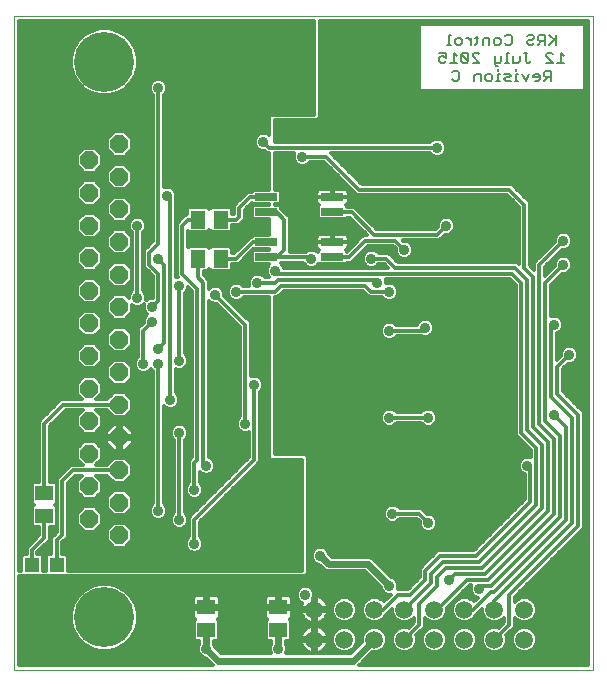
<source format=gbl>
G75*
%MOIN*%
%OFA0B0*%
%FSLAX24Y24*%
%IPPOS*%
%LPD*%
%AMOC8*
5,1,8,0,0,1.08239X$1,22.5*
%
%ADD10C,0.0000*%
%ADD11C,0.0060*%
%ADD12C,0.0594*%
%ADD13R,0.0591X0.0512*%
%ADD14R,0.0512X0.0591*%
%ADD15OC8,0.0600*%
%ADD16C,0.2000*%
%ADD17R,0.0472X0.0472*%
%ADD18R,0.0750X0.0250*%
%ADD19C,0.0356*%
%ADD20C,0.0120*%
%ADD21C,0.0240*%
D10*
X004030Y003000D02*
X004030Y024792D01*
X023321Y024792D01*
X023321Y003000D01*
X004030Y003000D01*
D11*
X018679Y022630D02*
X018623Y022687D01*
X018679Y022630D02*
X018793Y022630D01*
X018850Y022687D01*
X018850Y022914D01*
X018793Y022971D01*
X018679Y022971D01*
X018623Y022914D01*
X018675Y023230D02*
X018675Y023571D01*
X018788Y023457D01*
X018930Y023514D02*
X019156Y023287D01*
X019100Y023230D01*
X018986Y023230D01*
X018930Y023287D01*
X018930Y023514D01*
X018986Y023571D01*
X019100Y023571D01*
X019156Y023514D01*
X019156Y023287D01*
X019298Y023230D02*
X019525Y023230D01*
X019298Y023457D01*
X019298Y023514D01*
X019355Y023571D01*
X019468Y023571D01*
X019525Y023514D01*
X019636Y023830D02*
X019636Y024000D01*
X019692Y024057D01*
X019862Y024057D01*
X019862Y023830D01*
X020004Y023887D02*
X020004Y024000D01*
X020061Y024057D01*
X020174Y024057D01*
X020231Y024000D01*
X020231Y023887D01*
X020174Y023830D01*
X020061Y023830D01*
X020004Y023887D01*
X020372Y023887D02*
X020429Y023830D01*
X020542Y023830D01*
X020599Y023887D01*
X020599Y024114D01*
X020542Y024171D01*
X020429Y024171D01*
X020372Y024114D01*
X020450Y023571D02*
X020450Y023230D01*
X020394Y023230D02*
X020507Y023230D01*
X020648Y023230D02*
X020648Y023457D01*
X020507Y023571D02*
X020450Y023571D01*
X020261Y023457D02*
X020261Y023287D01*
X020205Y023230D01*
X020035Y023230D01*
X020035Y023174D02*
X020035Y023457D01*
X020035Y023174D02*
X020091Y023117D01*
X020148Y023117D01*
X020143Y023027D02*
X020143Y022971D01*
X020143Y022857D02*
X020143Y022630D01*
X020087Y022630D02*
X020200Y022630D01*
X020341Y022687D02*
X020398Y022744D01*
X020512Y022744D01*
X020568Y022800D01*
X020512Y022857D01*
X020341Y022857D01*
X020200Y022857D02*
X020143Y022857D01*
X019954Y022800D02*
X019954Y022687D01*
X019898Y022630D01*
X019784Y022630D01*
X019728Y022687D01*
X019728Y022800D01*
X019784Y022857D01*
X019898Y022857D01*
X019954Y022800D01*
X019586Y022857D02*
X019586Y022630D01*
X019359Y022630D02*
X019359Y022800D01*
X019416Y022857D01*
X019586Y022857D01*
X020341Y022687D02*
X020398Y022630D01*
X020568Y022630D01*
X020700Y022630D02*
X020814Y022630D01*
X020757Y022630D02*
X020757Y022857D01*
X020814Y022857D01*
X020757Y022971D02*
X020757Y023027D01*
X020819Y023230D02*
X020648Y023230D01*
X020819Y023230D02*
X020875Y023287D01*
X020875Y023457D01*
X021017Y023571D02*
X021130Y023571D01*
X021073Y023571D02*
X021073Y023287D01*
X021130Y023230D01*
X021187Y023230D01*
X021244Y023287D01*
X021182Y022857D02*
X021069Y022630D01*
X020955Y022857D01*
X021324Y022800D02*
X021324Y022744D01*
X021550Y022744D01*
X021550Y022800D02*
X021494Y022857D01*
X021380Y022857D01*
X021324Y022800D01*
X021380Y022630D02*
X021494Y022630D01*
X021550Y022687D01*
X021550Y022800D01*
X021692Y022800D02*
X021749Y022744D01*
X021919Y022744D01*
X021805Y022744D02*
X021692Y022630D01*
X021692Y022800D02*
X021692Y022914D01*
X021749Y022971D01*
X021919Y022971D01*
X021919Y022630D01*
X021980Y023230D02*
X021753Y023457D01*
X021753Y023514D01*
X021810Y023571D01*
X021923Y023571D01*
X021980Y023514D01*
X022235Y023571D02*
X022235Y023230D01*
X022122Y023230D02*
X022349Y023230D01*
X022349Y023457D02*
X022235Y023571D01*
X022072Y023830D02*
X022072Y024171D01*
X022016Y024000D02*
X021845Y023830D01*
X021704Y023830D02*
X021704Y024171D01*
X021534Y024171D01*
X021477Y024114D01*
X021477Y024000D01*
X021534Y023944D01*
X021704Y023944D01*
X021591Y023944D02*
X021477Y023830D01*
X021336Y023887D02*
X021279Y023830D01*
X021165Y023830D01*
X021109Y023887D01*
X021109Y023944D01*
X021165Y024000D01*
X021279Y024000D01*
X021336Y024057D01*
X021336Y024114D01*
X021279Y024171D01*
X021165Y024171D01*
X021109Y024114D01*
X021845Y024171D02*
X022072Y023944D01*
X021980Y023230D02*
X021753Y023230D01*
X019494Y024057D02*
X019381Y024057D01*
X019437Y024114D02*
X019437Y023887D01*
X019381Y023830D01*
X019249Y023830D02*
X019249Y024057D01*
X019249Y023944D02*
X019135Y024057D01*
X019078Y024057D01*
X018942Y024000D02*
X018942Y023887D01*
X018885Y023830D01*
X018771Y023830D01*
X018715Y023887D01*
X018715Y024000D01*
X018771Y024057D01*
X018885Y024057D01*
X018942Y024000D01*
X018573Y023830D02*
X018460Y023830D01*
X018517Y023830D02*
X018517Y024171D01*
X018573Y024171D01*
X018420Y023571D02*
X018193Y023571D01*
X018250Y023457D02*
X018193Y023400D01*
X018193Y023287D01*
X018250Y023230D01*
X018363Y023230D01*
X018420Y023287D01*
X018420Y023400D02*
X018306Y023457D01*
X018250Y023457D01*
X018420Y023400D02*
X018420Y023571D01*
X018561Y023230D02*
X018788Y023230D01*
D12*
X019030Y005000D03*
X019030Y004000D03*
X020030Y004000D03*
X021030Y004000D03*
X021030Y005000D03*
X020030Y005000D03*
X018030Y005000D03*
X018030Y004000D03*
X017030Y004000D03*
X016030Y004000D03*
X016030Y005000D03*
X017030Y005000D03*
X015030Y005000D03*
X015030Y004000D03*
X014030Y004000D03*
X014030Y005000D03*
D13*
X012830Y005074D03*
X012830Y004326D03*
X010430Y004326D03*
X010430Y005074D03*
X005030Y008126D03*
X005030Y008874D03*
D14*
X010156Y016700D03*
X010904Y016700D03*
X010904Y018000D03*
X010156Y018000D03*
D15*
X007530Y018350D03*
X007530Y019430D03*
X007530Y020520D03*
X006530Y019980D03*
X006530Y018890D03*
X006530Y017800D03*
X006530Y016720D03*
X006530Y015630D03*
X006530Y014540D03*
X006530Y013460D03*
X006530Y012370D03*
X006530Y011280D03*
X006530Y010200D03*
X006530Y009110D03*
X006530Y008020D03*
X007530Y007480D03*
X007530Y008570D03*
X007530Y009650D03*
X007530Y010740D03*
X007530Y011830D03*
X007530Y012910D03*
X007530Y014000D03*
X007530Y015090D03*
X007530Y016170D03*
X007530Y017260D03*
D16*
X007030Y023260D03*
X007030Y004740D03*
D17*
X005443Y006500D03*
X004617Y006500D03*
D18*
X012430Y016750D03*
X012430Y017250D03*
X012430Y018250D03*
X012430Y018750D03*
X014630Y018750D03*
X014630Y018250D03*
X014630Y017250D03*
X014630Y016750D03*
D19*
X013930Y016700D03*
X012730Y016300D03*
X012130Y015900D03*
X011430Y015600D03*
X010730Y015500D03*
X009530Y015800D03*
X008830Y016700D03*
X008530Y017600D03*
X008130Y017800D03*
X009130Y018800D03*
X011430Y021300D03*
X012330Y021300D03*
X012930Y021000D03*
X012330Y020600D03*
X013630Y020100D03*
X015230Y021600D03*
X016030Y019800D03*
X015930Y018500D03*
X017030Y017000D03*
X017830Y017000D03*
X018430Y017800D03*
X017830Y019400D03*
X018130Y020400D03*
X020330Y021400D03*
X021530Y020700D03*
X022130Y020800D03*
X022130Y020200D03*
X022030Y018800D03*
X022330Y017300D03*
X022330Y016500D03*
X022630Y015300D03*
X022030Y014500D03*
X022530Y013500D03*
X022030Y011500D03*
X021130Y009800D03*
X020030Y009200D03*
X018130Y007500D03*
X017830Y007900D03*
X017830Y008500D03*
X016930Y007500D03*
X016630Y008200D03*
X016830Y010200D03*
X015830Y010300D03*
X016530Y011400D03*
X017830Y011400D03*
X018030Y011000D03*
X017730Y012000D03*
X016230Y013200D03*
X016530Y014300D03*
X017730Y014400D03*
X018030Y014000D03*
X017730Y015000D03*
X016930Y015900D03*
X016530Y015600D03*
X016130Y015900D03*
X015930Y016700D03*
X012830Y015200D03*
X012130Y015100D03*
X011630Y017500D03*
X008630Y015100D03*
X008630Y014600D03*
X008130Y015400D03*
X008830Y013700D03*
X008830Y013200D03*
X008330Y013200D03*
X008330Y012700D03*
X008230Y012000D03*
X009230Y012000D03*
X009530Y010900D03*
X010430Y009800D03*
X010030Y009000D03*
X009530Y008000D03*
X008830Y008300D03*
X008830Y007100D03*
X010030Y007200D03*
X010530Y005800D03*
X011830Y006500D03*
X013730Y005500D03*
X014830Y005800D03*
X014230Y006800D03*
X014430Y008400D03*
X016530Y005800D03*
X018530Y006000D03*
X019530Y005700D03*
X022630Y004300D03*
X019930Y012400D03*
X020130Y015300D03*
X020130Y017000D03*
X020430Y018000D03*
X014430Y012400D03*
X012030Y012500D03*
X011730Y011200D03*
X009530Y013300D03*
X008830Y022400D03*
X011930Y022800D03*
X012830Y003700D03*
X010430Y003700D03*
D20*
X010152Y003593D02*
X004190Y003593D01*
X004190Y003711D02*
X006572Y003711D01*
X006598Y003697D02*
X006342Y003844D01*
X006134Y004053D01*
X005986Y004308D01*
X005910Y004593D01*
X005910Y004888D01*
X005986Y005173D01*
X006134Y005428D01*
X006342Y005636D01*
X006598Y005784D01*
X006883Y005860D01*
X007177Y005860D01*
X007462Y005784D01*
X007718Y005636D01*
X007926Y005428D01*
X008074Y005173D01*
X008150Y004888D01*
X008150Y004593D01*
X008074Y004308D01*
X007926Y004053D01*
X007718Y003844D01*
X007462Y003697D01*
X007177Y003620D01*
X006883Y003620D01*
X006598Y003697D01*
X006367Y003830D02*
X004190Y003830D01*
X004190Y003948D02*
X006238Y003948D01*
X006126Y004067D02*
X004190Y004067D01*
X004190Y004185D02*
X006057Y004185D01*
X005989Y004304D02*
X004190Y004304D01*
X004190Y004422D02*
X005956Y004422D01*
X005924Y004541D02*
X004190Y004541D01*
X004190Y004659D02*
X005910Y004659D01*
X005910Y004778D02*
X004190Y004778D01*
X004190Y004896D02*
X005912Y004896D01*
X005944Y005015D02*
X004190Y005015D01*
X004190Y005133D02*
X005976Y005133D01*
X006032Y005252D02*
X004190Y005252D01*
X004190Y005370D02*
X006100Y005370D01*
X006195Y005489D02*
X004190Y005489D01*
X004190Y005607D02*
X006313Y005607D01*
X006497Y005726D02*
X004190Y005726D01*
X004190Y005844D02*
X006823Y005844D01*
X007237Y005844D02*
X016147Y005844D01*
X016232Y005759D02*
X016232Y005741D01*
X016277Y005631D01*
X016361Y005548D01*
X016471Y005502D01*
X016577Y005502D01*
X016347Y005272D01*
X016266Y005354D01*
X016113Y005417D01*
X015947Y005417D01*
X015794Y005354D01*
X015677Y005236D01*
X015613Y005083D01*
X015613Y004917D01*
X015677Y004764D01*
X015794Y004647D01*
X015947Y004583D01*
X016113Y004583D01*
X016266Y004647D01*
X016383Y004764D01*
X016408Y004824D01*
X016510Y004926D01*
X016613Y005029D01*
X016613Y004917D01*
X016677Y004764D01*
X016794Y004647D01*
X016947Y004583D01*
X017113Y004583D01*
X017266Y004647D01*
X017350Y004731D01*
X017350Y004575D01*
X017169Y004394D01*
X017113Y004417D01*
X016947Y004417D01*
X016794Y004354D01*
X016677Y004236D01*
X016613Y004083D01*
X016613Y003917D01*
X016677Y003764D01*
X016794Y003647D01*
X016947Y003583D01*
X017113Y003583D01*
X017266Y003647D01*
X017383Y003764D01*
X017447Y003917D01*
X017447Y004083D01*
X017424Y004139D01*
X017605Y004320D01*
X017710Y004426D01*
X017710Y004731D01*
X017794Y004647D01*
X017947Y004583D01*
X018113Y004583D01*
X018266Y004647D01*
X018383Y004764D01*
X018447Y004917D01*
X018447Y005063D01*
X019205Y005820D01*
X019257Y005820D01*
X019232Y005760D01*
X019232Y005641D01*
X019277Y005531D01*
X019361Y005448D01*
X019471Y005402D01*
X019477Y005402D01*
X019347Y005272D01*
X019266Y005354D01*
X019113Y005417D01*
X018947Y005417D01*
X018794Y005354D01*
X018677Y005236D01*
X018613Y005083D01*
X018613Y004917D01*
X018677Y004764D01*
X018794Y004647D01*
X018947Y004583D01*
X019113Y004583D01*
X019266Y004647D01*
X019383Y004764D01*
X019408Y004824D01*
X019613Y005029D01*
X019613Y004917D01*
X019677Y004764D01*
X019794Y004647D01*
X019947Y004583D01*
X020113Y004583D01*
X020266Y004647D01*
X020350Y004731D01*
X020350Y004575D01*
X020169Y004394D01*
X020113Y004417D01*
X019947Y004417D01*
X019794Y004354D01*
X019677Y004236D01*
X019613Y004083D01*
X019613Y003917D01*
X019677Y003764D01*
X019794Y003647D01*
X019947Y003583D01*
X020113Y003583D01*
X020266Y003647D01*
X020383Y003764D01*
X020447Y003917D01*
X020447Y004083D01*
X020424Y004139D01*
X020605Y004320D01*
X020710Y004426D01*
X020710Y004731D01*
X020794Y004647D01*
X020947Y004583D01*
X021113Y004583D01*
X021266Y004647D01*
X021383Y004764D01*
X021447Y004917D01*
X021447Y005083D01*
X021383Y005236D01*
X021266Y005354D01*
X021113Y005417D01*
X020947Y005417D01*
X020794Y005354D01*
X020710Y005270D01*
X020710Y005426D01*
X022905Y007620D01*
X023010Y007726D01*
X023010Y011575D01*
X022310Y012275D01*
X022310Y013026D01*
X022486Y013202D01*
X022589Y013202D01*
X022699Y013248D01*
X022783Y013331D01*
X022828Y013441D01*
X022828Y013560D01*
X022783Y013669D01*
X022699Y013753D01*
X022589Y013798D01*
X022471Y013798D01*
X022361Y013753D01*
X022277Y013669D01*
X022232Y013560D01*
X022232Y013457D01*
X022110Y013335D01*
X022110Y014211D01*
X022199Y014248D01*
X022283Y014331D01*
X022328Y014441D01*
X022328Y014560D01*
X022283Y014669D01*
X022199Y014753D01*
X022089Y014798D01*
X021971Y014798D01*
X021910Y014773D01*
X021910Y015826D01*
X022286Y016202D01*
X022389Y016202D01*
X022499Y016248D01*
X022583Y016331D01*
X022628Y016441D01*
X022628Y016560D01*
X022583Y016669D01*
X022499Y016753D01*
X022389Y016798D01*
X022271Y016798D01*
X022161Y016753D01*
X022077Y016669D01*
X022032Y016560D01*
X022032Y016457D01*
X021710Y016135D01*
X021710Y016426D01*
X022286Y017002D01*
X022389Y017002D01*
X022499Y017048D01*
X022583Y017131D01*
X022628Y017241D01*
X022628Y017360D01*
X022583Y017469D01*
X022499Y017553D01*
X022389Y017598D01*
X022271Y017598D01*
X022161Y017553D01*
X022077Y017469D01*
X022032Y017360D01*
X022032Y017257D01*
X021350Y016575D01*
X021350Y016335D01*
X021210Y016475D01*
X021210Y018575D01*
X020710Y019075D01*
X020605Y019180D01*
X015605Y019180D01*
X014610Y020175D01*
X014565Y020220D01*
X017888Y020220D01*
X017961Y020148D01*
X018071Y020102D01*
X018189Y020102D01*
X018299Y020148D01*
X018383Y020231D01*
X018428Y020341D01*
X018428Y020460D01*
X018383Y020569D01*
X018299Y020653D01*
X018189Y020698D01*
X018071Y020698D01*
X017961Y020653D01*
X017888Y020580D01*
X012710Y020580D01*
X012710Y021320D01*
X014105Y021320D01*
X014210Y021426D01*
X014210Y024632D01*
X023161Y024632D01*
X023161Y003160D01*
X015529Y003160D01*
X015533Y003164D01*
X015953Y003583D01*
X016113Y003583D01*
X016266Y003647D01*
X016383Y003764D01*
X016447Y003917D01*
X016447Y004083D01*
X016383Y004236D01*
X016266Y004354D01*
X016113Y004417D01*
X015947Y004417D01*
X015794Y004354D01*
X015677Y004236D01*
X015613Y004083D01*
X015613Y003923D01*
X015231Y003540D01*
X013086Y003540D01*
X013128Y003641D01*
X013128Y003760D01*
X013083Y003869D01*
X013070Y003882D01*
X013070Y003950D01*
X013175Y003950D01*
X013245Y004021D01*
X013245Y004632D01*
X013200Y004677D01*
X013224Y004690D01*
X013253Y004720D01*
X013274Y004757D01*
X013285Y004797D01*
X013285Y005014D01*
X012890Y005014D01*
X012890Y005134D01*
X013285Y005134D01*
X013285Y005351D01*
X013274Y005392D01*
X013253Y005428D01*
X013224Y005458D01*
X013187Y005479D01*
X013146Y005490D01*
X012890Y005490D01*
X012890Y005134D01*
X012770Y005134D01*
X012770Y005014D01*
X012375Y005014D01*
X012375Y004797D01*
X012386Y004757D01*
X012407Y004720D01*
X012436Y004690D01*
X012460Y004677D01*
X012415Y004632D01*
X012415Y004021D01*
X012485Y003950D01*
X012590Y003950D01*
X012590Y003882D01*
X012577Y003869D01*
X012532Y003760D01*
X012532Y003641D01*
X012574Y003540D01*
X010929Y003540D01*
X010728Y003742D01*
X010728Y003760D01*
X010683Y003869D01*
X010670Y003882D01*
X010670Y003950D01*
X010775Y003950D01*
X010845Y004021D01*
X010845Y004632D01*
X010800Y004677D01*
X010824Y004690D01*
X010853Y004720D01*
X010874Y004757D01*
X010885Y004797D01*
X010885Y005014D01*
X010490Y005014D01*
X010490Y005134D01*
X010885Y005134D01*
X010885Y005351D01*
X010874Y005392D01*
X010853Y005428D01*
X010824Y005458D01*
X010787Y005479D01*
X010746Y005490D01*
X010490Y005490D01*
X010490Y005134D01*
X010370Y005134D01*
X010370Y005014D01*
X009975Y005014D01*
X009975Y004797D01*
X009986Y004757D01*
X010007Y004720D01*
X010036Y004690D01*
X010060Y004677D01*
X010015Y004632D01*
X010015Y004021D01*
X010085Y003950D01*
X010190Y003950D01*
X010190Y003882D01*
X010177Y003869D01*
X010132Y003760D01*
X010132Y003641D01*
X010177Y003531D01*
X010261Y003448D01*
X010371Y003402D01*
X010389Y003402D01*
X010631Y003160D01*
X004190Y003160D01*
X004190Y006120D01*
X013705Y006120D01*
X013810Y006226D01*
X013810Y010075D01*
X013705Y010180D01*
X012710Y010180D01*
X012710Y015420D01*
X012805Y015420D01*
X012910Y015526D01*
X013005Y015620D01*
X015655Y015620D01*
X015750Y015526D01*
X015750Y015526D01*
X015855Y015420D01*
X016288Y015420D01*
X016361Y015348D01*
X016471Y015302D01*
X016589Y015302D01*
X016699Y015348D01*
X016783Y015431D01*
X016828Y015541D01*
X016828Y015660D01*
X016783Y015769D01*
X016699Y015853D01*
X016589Y015898D01*
X016471Y015898D01*
X016428Y015881D01*
X016428Y015960D01*
X016403Y016020D01*
X020555Y016020D01*
X020750Y015826D01*
X020750Y010826D01*
X020855Y010720D01*
X021250Y010326D01*
X021250Y010073D01*
X021189Y010098D01*
X021071Y010098D01*
X020961Y010053D01*
X020877Y009969D01*
X020832Y009860D01*
X020832Y009741D01*
X020877Y009631D01*
X020961Y009548D01*
X021050Y009511D01*
X021050Y008675D01*
X019355Y006980D01*
X018155Y006980D01*
X017655Y006480D01*
X017550Y006375D01*
X017550Y006075D01*
X017155Y005680D01*
X016803Y005680D01*
X016828Y005741D01*
X016828Y005860D01*
X016783Y005969D01*
X016699Y006053D01*
X016589Y006098D01*
X016571Y006098D01*
X015940Y006730D01*
X015852Y006766D01*
X014603Y006766D01*
X014528Y006842D01*
X014528Y006860D01*
X014483Y006969D01*
X014399Y007053D01*
X014289Y007098D01*
X014171Y007098D01*
X014061Y007053D01*
X013977Y006969D01*
X013932Y006860D01*
X013932Y006741D01*
X013977Y006631D01*
X014061Y006548D01*
X014171Y006502D01*
X014189Y006502D01*
X014301Y006390D01*
X014368Y006323D01*
X014456Y006286D01*
X015705Y006286D01*
X016232Y005759D01*
X016238Y005726D02*
X013926Y005726D01*
X013899Y005753D02*
X013983Y005669D01*
X014028Y005560D01*
X014028Y005441D01*
X013992Y005353D01*
X013992Y005039D01*
X014068Y005039D01*
X014068Y005457D01*
X014137Y005446D01*
X014205Y005424D01*
X014269Y005391D01*
X014328Y005349D01*
X014378Y005298D01*
X014421Y005240D01*
X014453Y005176D01*
X014476Y005107D01*
X014486Y005039D01*
X014068Y005039D01*
X014068Y004962D01*
X014068Y004544D01*
X014137Y004555D01*
X014205Y004577D01*
X014269Y004610D01*
X014328Y004652D01*
X014378Y004703D01*
X014421Y004761D01*
X014453Y004825D01*
X014476Y004893D01*
X014486Y004962D01*
X014068Y004962D01*
X013992Y004962D01*
X013992Y004544D01*
X013923Y004555D01*
X013855Y004577D01*
X013791Y004610D01*
X013732Y004652D01*
X013682Y004703D01*
X013639Y004761D01*
X013607Y004825D01*
X013584Y004893D01*
X013574Y004962D01*
X013992Y004962D01*
X013992Y005039D01*
X013574Y005039D01*
X013584Y005107D01*
X013607Y005176D01*
X013629Y005219D01*
X013561Y005248D01*
X013477Y005331D01*
X013432Y005441D01*
X013432Y005560D01*
X013477Y005669D01*
X013561Y005753D01*
X013671Y005798D01*
X013789Y005798D01*
X013899Y005753D01*
X014008Y005607D02*
X016301Y005607D01*
X016226Y005370D02*
X016445Y005370D01*
X016564Y005489D02*
X014028Y005489D01*
X013999Y005370D02*
X014068Y005370D01*
X014068Y005252D02*
X013992Y005252D01*
X013992Y005133D02*
X014068Y005133D01*
X014068Y005015D02*
X014613Y005015D01*
X014613Y005083D02*
X014613Y004917D01*
X014677Y004764D01*
X014794Y004647D01*
X014947Y004583D01*
X015113Y004583D01*
X015266Y004647D01*
X015383Y004764D01*
X015447Y004917D01*
X015447Y005083D01*
X015383Y005236D01*
X015266Y005354D01*
X015113Y005417D01*
X014947Y005417D01*
X014794Y005354D01*
X014677Y005236D01*
X014613Y005083D01*
X014634Y005133D02*
X014467Y005133D01*
X014412Y005252D02*
X014692Y005252D01*
X014834Y005370D02*
X014298Y005370D01*
X013992Y005015D02*
X012890Y005015D01*
X012890Y005133D02*
X013593Y005133D01*
X013557Y005252D02*
X013285Y005252D01*
X013280Y005370D02*
X013461Y005370D01*
X013432Y005489D02*
X013152Y005489D01*
X012890Y005489D02*
X012770Y005489D01*
X012770Y005490D02*
X012514Y005490D01*
X012473Y005479D01*
X012436Y005458D01*
X012407Y005428D01*
X012386Y005392D01*
X012375Y005351D01*
X012375Y005134D01*
X012770Y005134D01*
X012770Y005490D01*
X012770Y005370D02*
X012890Y005370D01*
X012890Y005252D02*
X012770Y005252D01*
X012770Y005133D02*
X010490Y005133D01*
X010490Y005015D02*
X012770Y005015D01*
X012508Y005489D02*
X010752Y005489D01*
X010880Y005370D02*
X012380Y005370D01*
X012375Y005252D02*
X010885Y005252D01*
X010885Y004896D02*
X012375Y004896D01*
X012380Y004778D02*
X010880Y004778D01*
X010818Y004659D02*
X012442Y004659D01*
X012415Y004541D02*
X010845Y004541D01*
X010845Y004422D02*
X012415Y004422D01*
X012415Y004304D02*
X010845Y004304D01*
X010845Y004185D02*
X012415Y004185D01*
X012415Y004067D02*
X010845Y004067D01*
X010670Y003948D02*
X012590Y003948D01*
X012561Y003830D02*
X010699Y003830D01*
X010758Y003711D02*
X012532Y003711D01*
X012552Y003593D02*
X010877Y003593D01*
X010554Y003237D02*
X004190Y003237D01*
X004190Y003356D02*
X010435Y003356D01*
X010234Y003474D02*
X004190Y003474D01*
X004190Y005963D02*
X016028Y005963D01*
X015910Y006081D02*
X004190Y006081D01*
X004190Y006300D02*
X004190Y024632D01*
X014030Y024632D01*
X014030Y021500D01*
X012530Y021500D01*
X012530Y020822D01*
X012499Y020853D01*
X012389Y020898D01*
X012271Y020898D01*
X012161Y020853D01*
X012077Y020769D01*
X012032Y020660D01*
X012032Y020541D01*
X012077Y020431D01*
X012161Y020348D01*
X012271Y020302D01*
X012374Y020302D01*
X012455Y020220D01*
X012530Y020220D01*
X012530Y018995D01*
X012005Y018995D01*
X011940Y018930D01*
X011805Y018930D01*
X011455Y018580D01*
X011350Y018475D01*
X011350Y018180D01*
X011280Y018180D01*
X011280Y018345D01*
X011210Y018416D01*
X010598Y018416D01*
X010530Y018347D01*
X010462Y018416D01*
X009850Y018416D01*
X009780Y018345D01*
X009780Y018180D01*
X009755Y018180D01*
X009650Y018075D01*
X009450Y017875D01*
X009450Y016126D01*
X009477Y016098D01*
X009471Y016098D01*
X009410Y016073D01*
X009410Y018697D01*
X009428Y018741D01*
X009428Y018860D01*
X009383Y018969D01*
X009299Y019053D01*
X009189Y019098D01*
X009071Y019098D01*
X009010Y019073D01*
X009010Y022159D01*
X009083Y022231D01*
X009128Y022341D01*
X009128Y022460D01*
X009083Y022569D01*
X008999Y022653D01*
X008889Y022698D01*
X008771Y022698D01*
X008661Y022653D01*
X008577Y022569D01*
X008532Y022460D01*
X008532Y022341D01*
X008577Y022231D01*
X008650Y022159D01*
X008650Y017275D01*
X008455Y017080D01*
X008350Y016975D01*
X008350Y016426D01*
X008650Y016126D01*
X008650Y015398D01*
X008571Y015398D01*
X008461Y015353D01*
X008413Y015305D01*
X008428Y015341D01*
X008428Y015460D01*
X008383Y015569D01*
X008310Y015642D01*
X008310Y017559D01*
X008383Y017631D01*
X008428Y017741D01*
X008428Y017860D01*
X008383Y017969D01*
X008299Y018053D01*
X008189Y018098D01*
X008071Y018098D01*
X007961Y018053D01*
X007877Y017969D01*
X007832Y017860D01*
X007832Y017741D01*
X007877Y017631D01*
X007950Y017559D01*
X007950Y015642D01*
X007877Y015569D01*
X007832Y015460D01*
X007832Y015382D01*
X007704Y015510D01*
X007356Y015510D01*
X007110Y015264D01*
X007110Y014916D01*
X007356Y014670D01*
X007704Y014670D01*
X007950Y014916D01*
X007950Y015159D01*
X007961Y015148D01*
X008071Y015102D01*
X008189Y015102D01*
X008299Y015148D01*
X008347Y015195D01*
X008332Y015160D01*
X008332Y015041D01*
X008377Y014931D01*
X008458Y014850D01*
X007884Y014850D01*
X007950Y014969D02*
X008362Y014969D01*
X008332Y015087D02*
X007950Y015087D01*
X008130Y015400D02*
X008130Y017800D01*
X008409Y017694D02*
X008650Y017694D01*
X008650Y017576D02*
X008327Y017576D01*
X008310Y017457D02*
X008650Y017457D01*
X008650Y017339D02*
X008310Y017339D01*
X008310Y017220D02*
X008595Y017220D01*
X008477Y017102D02*
X008310Y017102D01*
X008310Y016983D02*
X008358Y016983D01*
X008350Y016865D02*
X008310Y016865D01*
X008310Y016746D02*
X008350Y016746D01*
X008350Y016628D02*
X008310Y016628D01*
X008310Y016509D02*
X008350Y016509D01*
X008385Y016391D02*
X008310Y016391D01*
X008310Y016272D02*
X008503Y016272D01*
X008622Y016154D02*
X008310Y016154D01*
X008310Y016035D02*
X008650Y016035D01*
X008650Y015917D02*
X008310Y015917D01*
X008310Y015798D02*
X008650Y015798D01*
X008650Y015680D02*
X008310Y015680D01*
X008386Y015561D02*
X008650Y015561D01*
X008650Y015443D02*
X008428Y015443D01*
X008421Y015324D02*
X008432Y015324D01*
X008630Y015100D02*
X008830Y015300D01*
X008830Y016200D01*
X008530Y016500D01*
X008530Y016900D01*
X008830Y017200D01*
X008830Y022400D01*
X008611Y022197D02*
X007390Y022197D01*
X007462Y022217D02*
X007718Y022364D01*
X007926Y022573D01*
X008074Y022828D01*
X008150Y023113D01*
X008150Y023408D01*
X008074Y023693D01*
X007926Y023948D01*
X007718Y024156D01*
X007462Y024304D01*
X007177Y024380D01*
X006883Y024380D01*
X006598Y024304D01*
X006342Y024156D01*
X006134Y023948D01*
X005986Y023693D01*
X005910Y023408D01*
X005910Y023113D01*
X005986Y022828D01*
X006134Y022573D01*
X006342Y022364D01*
X006598Y022217D01*
X006883Y022140D01*
X007177Y022140D01*
X007462Y022217D01*
X007634Y022316D02*
X008542Y022316D01*
X008532Y022434D02*
X007788Y022434D01*
X007906Y022553D02*
X008571Y022553D01*
X008705Y022671D02*
X007983Y022671D01*
X008052Y022790D02*
X014030Y022790D01*
X014030Y022908D02*
X008095Y022908D01*
X008127Y023027D02*
X014030Y023027D01*
X014030Y023145D02*
X008150Y023145D01*
X008150Y023264D02*
X014030Y023264D01*
X014030Y023382D02*
X008150Y023382D01*
X008125Y023501D02*
X014030Y023501D01*
X014030Y023619D02*
X008093Y023619D01*
X008048Y023738D02*
X014030Y023738D01*
X014030Y023856D02*
X007979Y023856D01*
X007899Y023975D02*
X014030Y023975D01*
X014030Y024093D02*
X007781Y024093D01*
X007622Y024212D02*
X014030Y024212D01*
X014030Y024330D02*
X007364Y024330D01*
X006696Y024330D02*
X004190Y024330D01*
X004190Y024212D02*
X006438Y024212D01*
X006279Y024093D02*
X004190Y024093D01*
X004190Y023975D02*
X006161Y023975D01*
X006081Y023856D02*
X004190Y023856D01*
X004190Y023738D02*
X006012Y023738D01*
X005967Y023619D02*
X004190Y023619D01*
X004190Y023501D02*
X005935Y023501D01*
X005910Y023382D02*
X004190Y023382D01*
X004190Y023264D02*
X005910Y023264D01*
X005910Y023145D02*
X004190Y023145D01*
X004190Y023027D02*
X005933Y023027D01*
X005965Y022908D02*
X004190Y022908D01*
X004190Y022790D02*
X006008Y022790D01*
X006077Y022671D02*
X004190Y022671D01*
X004190Y022553D02*
X006154Y022553D01*
X006272Y022434D02*
X004190Y022434D01*
X004190Y022316D02*
X006426Y022316D01*
X006670Y022197D02*
X004190Y022197D01*
X004190Y022079D02*
X008650Y022079D01*
X008650Y021960D02*
X004190Y021960D01*
X004190Y021842D02*
X008650Y021842D01*
X008650Y021723D02*
X004190Y021723D01*
X004190Y021605D02*
X008650Y021605D01*
X008650Y021486D02*
X004190Y021486D01*
X004190Y021368D02*
X008650Y021368D01*
X008650Y021249D02*
X004190Y021249D01*
X004190Y021131D02*
X008650Y021131D01*
X008650Y021012D02*
X004190Y021012D01*
X004190Y020894D02*
X007310Y020894D01*
X007356Y020940D02*
X007110Y020694D01*
X007110Y020346D01*
X007356Y020100D01*
X007704Y020100D01*
X007950Y020346D01*
X007950Y020694D01*
X007704Y020940D01*
X007356Y020940D01*
X007191Y020775D02*
X004190Y020775D01*
X004190Y020657D02*
X007110Y020657D01*
X007110Y020538D02*
X004190Y020538D01*
X004190Y020420D02*
X007110Y020420D01*
X007155Y020301D02*
X006803Y020301D01*
X006704Y020400D02*
X006356Y020400D01*
X006110Y020154D01*
X006110Y019806D01*
X006356Y019560D01*
X006704Y019560D01*
X006950Y019806D01*
X006950Y020154D01*
X006704Y020400D01*
X006921Y020183D02*
X007273Y020183D01*
X007356Y019850D02*
X007110Y019604D01*
X007110Y019256D01*
X007356Y019010D01*
X007704Y019010D01*
X007950Y019256D01*
X007950Y019604D01*
X007704Y019850D01*
X007356Y019850D01*
X007333Y019827D02*
X006950Y019827D01*
X006950Y019946D02*
X008650Y019946D01*
X008650Y020064D02*
X006950Y020064D01*
X006853Y019709D02*
X007215Y019709D01*
X007110Y019590D02*
X006734Y019590D01*
X006704Y019310D02*
X006356Y019310D01*
X006110Y019064D01*
X006110Y018716D01*
X006356Y018470D01*
X006704Y018470D01*
X006950Y018716D01*
X006950Y019064D01*
X006704Y019310D01*
X006779Y019235D02*
X007131Y019235D01*
X007110Y019353D02*
X004190Y019353D01*
X004190Y019235D02*
X006281Y019235D01*
X006162Y019116D02*
X004190Y019116D01*
X004190Y018998D02*
X006110Y018998D01*
X006110Y018879D02*
X004190Y018879D01*
X004190Y018761D02*
X006110Y018761D01*
X006184Y018642D02*
X004190Y018642D01*
X004190Y018524D02*
X006302Y018524D01*
X006356Y018220D02*
X006110Y017974D01*
X006110Y017626D01*
X006356Y017380D01*
X006704Y017380D01*
X006950Y017626D01*
X006950Y017974D01*
X006704Y018220D01*
X006356Y018220D01*
X006304Y018168D02*
X004190Y018168D01*
X004190Y018050D02*
X006186Y018050D01*
X006110Y017931D02*
X004190Y017931D01*
X004190Y017813D02*
X006110Y017813D01*
X006110Y017694D02*
X004190Y017694D01*
X004190Y017576D02*
X006160Y017576D01*
X006279Y017457D02*
X004190Y017457D01*
X004190Y017339D02*
X007110Y017339D01*
X007110Y017434D02*
X007110Y017086D01*
X007356Y016840D01*
X007704Y016840D01*
X007950Y017086D01*
X007950Y017434D01*
X007704Y017680D01*
X007356Y017680D01*
X007110Y017434D01*
X007133Y017457D02*
X006781Y017457D01*
X006899Y017576D02*
X007252Y017576D01*
X006950Y017694D02*
X007851Y017694D01*
X007832Y017813D02*
X006950Y017813D01*
X006950Y017931D02*
X007355Y017931D01*
X007356Y017930D02*
X007704Y017930D01*
X007950Y018176D01*
X007950Y018524D01*
X007704Y018770D01*
X007356Y018770D01*
X007110Y018524D01*
X007110Y018176D01*
X007356Y017930D01*
X007236Y018050D02*
X006874Y018050D01*
X006756Y018168D02*
X007118Y018168D01*
X007110Y018287D02*
X004190Y018287D01*
X004190Y018405D02*
X007110Y018405D01*
X007110Y018524D02*
X006758Y018524D01*
X006876Y018642D02*
X007228Y018642D01*
X007347Y018761D02*
X006950Y018761D01*
X006950Y018879D02*
X008650Y018879D01*
X008650Y018761D02*
X007713Y018761D01*
X007832Y018642D02*
X008650Y018642D01*
X008650Y018524D02*
X007950Y018524D01*
X007950Y018405D02*
X008650Y018405D01*
X008650Y018287D02*
X007950Y018287D01*
X007942Y018168D02*
X008650Y018168D01*
X008650Y018050D02*
X008302Y018050D01*
X008398Y017931D02*
X008650Y017931D01*
X008650Y017813D02*
X008428Y017813D01*
X007958Y018050D02*
X007824Y018050D01*
X007862Y017931D02*
X007705Y017931D01*
X007808Y017576D02*
X007933Y017576D01*
X007927Y017457D02*
X007950Y017457D01*
X007950Y017339D02*
X007950Y017339D01*
X007950Y017220D02*
X007950Y017220D01*
X007950Y017102D02*
X007950Y017102D01*
X007950Y016983D02*
X007847Y016983D01*
X007950Y016865D02*
X007728Y016865D01*
X007950Y016746D02*
X006950Y016746D01*
X006950Y016628D02*
X007950Y016628D01*
X007950Y016509D02*
X007785Y016509D01*
X007704Y016590D02*
X007950Y016344D01*
X007950Y015996D01*
X007704Y015750D01*
X007356Y015750D01*
X007110Y015996D01*
X007110Y016344D01*
X007356Y016590D01*
X007704Y016590D01*
X007903Y016391D02*
X007950Y016391D01*
X007950Y016272D02*
X007950Y016272D01*
X007950Y016154D02*
X007950Y016154D01*
X007950Y016035D02*
X007950Y016035D01*
X007950Y015917D02*
X007870Y015917D01*
X007950Y015798D02*
X007752Y015798D01*
X007950Y015680D02*
X006950Y015680D01*
X006950Y015798D02*
X007308Y015798D01*
X007190Y015917D02*
X006837Y015917D01*
X006950Y015804D02*
X006704Y016050D01*
X006356Y016050D01*
X006110Y015804D01*
X006110Y015456D01*
X006356Y015210D01*
X006704Y015210D01*
X006950Y015456D01*
X006950Y015804D01*
X006950Y015561D02*
X007874Y015561D01*
X007832Y015443D02*
X007771Y015443D01*
X007289Y015443D02*
X006936Y015443D01*
X006818Y015324D02*
X007170Y015324D01*
X007110Y015206D02*
X004190Y015206D01*
X004190Y015324D02*
X006242Y015324D01*
X006124Y015443D02*
X004190Y015443D01*
X004190Y015561D02*
X006110Y015561D01*
X006110Y015680D02*
X004190Y015680D01*
X004190Y015798D02*
X006110Y015798D01*
X006223Y015917D02*
X004190Y015917D01*
X004190Y016035D02*
X006341Y016035D01*
X006356Y016300D02*
X006704Y016300D01*
X006950Y016546D01*
X006950Y016894D01*
X006704Y017140D01*
X006356Y017140D01*
X006110Y016894D01*
X006110Y016546D01*
X006356Y016300D01*
X006266Y016391D02*
X004190Y016391D01*
X004190Y016509D02*
X006147Y016509D01*
X006110Y016628D02*
X004190Y016628D01*
X004190Y016746D02*
X006110Y016746D01*
X006110Y016865D02*
X004190Y016865D01*
X004190Y016983D02*
X006199Y016983D01*
X006318Y017102D02*
X004190Y017102D01*
X004190Y017220D02*
X007110Y017220D01*
X007110Y017102D02*
X006742Y017102D01*
X006861Y016983D02*
X007213Y016983D01*
X007332Y016865D02*
X006950Y016865D01*
X006913Y016509D02*
X007275Y016509D01*
X007157Y016391D02*
X006794Y016391D01*
X006719Y016035D02*
X007110Y016035D01*
X007110Y016154D02*
X004190Y016154D01*
X004190Y016272D02*
X007110Y016272D01*
X007110Y015087D02*
X004190Y015087D01*
X004190Y014969D02*
X007110Y014969D01*
X007176Y014850D02*
X006814Y014850D01*
X006704Y014960D02*
X006950Y014714D01*
X006950Y014366D01*
X006704Y014120D01*
X006356Y014120D01*
X006110Y014366D01*
X006110Y014714D01*
X006356Y014960D01*
X006704Y014960D01*
X006932Y014732D02*
X007295Y014732D01*
X007356Y014420D02*
X007110Y014174D01*
X007110Y013826D01*
X007356Y013580D01*
X007704Y013580D01*
X007950Y013826D01*
X007950Y014174D01*
X007704Y014420D01*
X007356Y014420D01*
X007312Y014376D02*
X006950Y014376D01*
X006950Y014495D02*
X008270Y014495D01*
X008255Y014480D02*
X008150Y014375D01*
X008150Y013442D01*
X008077Y013369D01*
X008032Y013260D01*
X008032Y013141D01*
X008077Y013031D01*
X008161Y012948D01*
X008271Y012902D01*
X008389Y012902D01*
X008499Y012948D01*
X008580Y013029D01*
X008650Y012959D01*
X008650Y008542D01*
X008577Y008469D01*
X008532Y008360D01*
X008532Y008241D01*
X008577Y008131D01*
X008661Y008048D01*
X008771Y008002D01*
X008889Y008002D01*
X008999Y008048D01*
X009083Y008131D01*
X009128Y008241D01*
X009128Y008360D01*
X009083Y008469D01*
X009010Y008542D01*
X009010Y011799D01*
X009061Y011748D01*
X009171Y011702D01*
X009289Y011702D01*
X009399Y011748D01*
X009483Y011831D01*
X009528Y011941D01*
X009528Y012060D01*
X009483Y012169D01*
X009410Y012242D01*
X009410Y013027D01*
X009471Y013002D01*
X009589Y013002D01*
X009699Y013048D01*
X009783Y013131D01*
X009828Y013241D01*
X009828Y013360D01*
X009783Y013469D01*
X009710Y013542D01*
X009710Y015559D01*
X009783Y015631D01*
X009828Y015741D01*
X009828Y015748D01*
X009950Y015626D01*
X009950Y010075D01*
X009850Y009975D01*
X009850Y009242D01*
X009777Y009169D01*
X009732Y009060D01*
X009732Y008941D01*
X009777Y008831D01*
X009861Y008748D01*
X009971Y008702D01*
X010089Y008702D01*
X010199Y008748D01*
X010283Y008831D01*
X010328Y008941D01*
X010328Y009060D01*
X010283Y009169D01*
X010210Y009242D01*
X010210Y009599D01*
X010261Y009548D01*
X010371Y009502D01*
X010489Y009502D01*
X010599Y009548D01*
X010683Y009631D01*
X010728Y009741D01*
X010728Y009860D01*
X010683Y009969D01*
X010599Y010053D01*
X010510Y010090D01*
X010510Y015299D01*
X010561Y015248D01*
X010671Y015202D01*
X010774Y015202D01*
X011550Y014426D01*
X011550Y011442D01*
X011477Y011369D01*
X011432Y011260D01*
X011432Y011141D01*
X011477Y011031D01*
X011561Y010948D01*
X011671Y010902D01*
X011789Y010902D01*
X011850Y010927D01*
X011850Y010075D01*
X009955Y008180D01*
X009850Y008075D01*
X009850Y007442D01*
X009777Y007369D01*
X009732Y007260D01*
X009732Y007141D01*
X009777Y007031D01*
X009861Y006948D01*
X009971Y006902D01*
X010089Y006902D01*
X010199Y006948D01*
X010283Y007031D01*
X010328Y007141D01*
X010328Y007260D01*
X010283Y007369D01*
X010210Y007442D01*
X010210Y007926D01*
X012210Y009926D01*
X012210Y012259D01*
X012283Y012331D01*
X012328Y012441D01*
X012328Y012560D01*
X012283Y012669D01*
X012199Y012753D01*
X012089Y012798D01*
X011971Y012798D01*
X011910Y012773D01*
X011910Y014575D01*
X011028Y015457D01*
X011028Y015560D01*
X010983Y015669D01*
X010899Y015753D01*
X010789Y015798D01*
X010671Y015798D01*
X010561Y015753D01*
X010510Y015702D01*
X010510Y015975D01*
X010405Y016080D01*
X010336Y016149D01*
X010336Y016285D01*
X010462Y016285D01*
X010530Y016353D01*
X010598Y016285D01*
X011210Y016285D01*
X011280Y016355D01*
X011280Y016520D01*
X011505Y016520D01*
X011610Y016626D01*
X011997Y017013D01*
X012005Y017005D01*
X012530Y017005D01*
X012530Y016995D01*
X012005Y016995D01*
X011935Y016925D01*
X011935Y016576D01*
X012005Y016505D01*
X012513Y016505D01*
X012477Y016469D01*
X012432Y016360D01*
X012432Y016241D01*
X012477Y016131D01*
X012528Y016080D01*
X012372Y016080D01*
X012299Y016153D01*
X012189Y016198D01*
X012071Y016198D01*
X011961Y016153D01*
X011877Y016069D01*
X011832Y015960D01*
X011832Y015841D01*
X011857Y015780D01*
X011672Y015780D01*
X011599Y015853D01*
X011489Y015898D01*
X011371Y015898D01*
X011261Y015853D01*
X011177Y015769D01*
X011132Y015660D01*
X011132Y015541D01*
X011177Y015431D01*
X011261Y015348D01*
X011371Y015302D01*
X011489Y015302D01*
X011599Y015348D01*
X011672Y015420D01*
X012530Y015420D01*
X012530Y010000D01*
X013630Y010000D01*
X013630Y006300D01*
X005800Y006300D01*
X005800Y006786D01*
X005729Y006856D01*
X005623Y006856D01*
X005623Y007239D01*
X005705Y007320D01*
X005810Y007426D01*
X005810Y009226D01*
X006055Y009470D01*
X006296Y009470D01*
X006110Y009284D01*
X006110Y008936D01*
X006356Y008690D01*
X006704Y008690D01*
X006950Y008936D01*
X006950Y009284D01*
X006764Y009470D01*
X007116Y009470D01*
X007356Y009230D01*
X007704Y009230D01*
X007950Y009476D01*
X007950Y009824D01*
X007704Y010070D01*
X007356Y010070D01*
X007116Y009830D01*
X006754Y009830D01*
X006950Y010026D01*
X006950Y010374D01*
X006704Y010620D01*
X006356Y010620D01*
X006110Y010374D01*
X006110Y010026D01*
X006306Y009830D01*
X005905Y009830D01*
X005800Y009725D01*
X005450Y009375D01*
X005450Y007575D01*
X005263Y007388D01*
X005263Y006856D01*
X005157Y006856D01*
X005087Y006786D01*
X005087Y006300D01*
X004973Y006300D01*
X004973Y006786D01*
X004903Y006856D01*
X004797Y006856D01*
X004797Y006912D01*
X005105Y007220D01*
X005210Y007326D01*
X005210Y007750D01*
X005375Y007750D01*
X005445Y007821D01*
X005445Y008432D01*
X005377Y008500D01*
X005445Y008569D01*
X005445Y009180D01*
X005375Y009250D01*
X005210Y009250D01*
X005210Y011126D01*
X005735Y011650D01*
X006306Y011650D01*
X006110Y011454D01*
X006110Y011106D01*
X006356Y010860D01*
X006704Y010860D01*
X006950Y011106D01*
X006950Y011454D01*
X006754Y011650D01*
X007116Y011650D01*
X007356Y011410D01*
X007704Y011410D01*
X007950Y011656D01*
X007950Y012004D01*
X007704Y012250D01*
X007356Y012250D01*
X007116Y012010D01*
X006764Y012010D01*
X006950Y012196D01*
X006950Y012544D01*
X006704Y012790D01*
X006356Y012790D01*
X006110Y012544D01*
X006110Y012196D01*
X006296Y012010D01*
X005585Y012010D01*
X005480Y011905D01*
X005480Y011905D01*
X004955Y011380D01*
X004850Y011275D01*
X004850Y009250D01*
X004685Y009250D01*
X004615Y009180D01*
X004615Y008569D01*
X004683Y008500D01*
X004615Y008432D01*
X004615Y007821D01*
X004685Y007750D01*
X004850Y007750D01*
X004850Y007475D01*
X004437Y007061D01*
X004437Y006856D01*
X004331Y006856D01*
X004260Y006786D01*
X004260Y006300D01*
X004190Y006300D01*
X004190Y006318D02*
X004260Y006318D01*
X004260Y006437D02*
X004190Y006437D01*
X004190Y006555D02*
X004260Y006555D01*
X004260Y006674D02*
X004190Y006674D01*
X004190Y006792D02*
X004266Y006792D01*
X004190Y006911D02*
X004437Y006911D01*
X004437Y007029D02*
X004190Y007029D01*
X004190Y007148D02*
X004523Y007148D01*
X004641Y007266D02*
X004190Y007266D01*
X004190Y007385D02*
X004760Y007385D01*
X004850Y007503D02*
X004190Y007503D01*
X004190Y007622D02*
X004850Y007622D01*
X004850Y007740D02*
X004190Y007740D01*
X004190Y007859D02*
X004615Y007859D01*
X004615Y007977D02*
X004190Y007977D01*
X004190Y008096D02*
X004615Y008096D01*
X004615Y008214D02*
X004190Y008214D01*
X004190Y008333D02*
X004615Y008333D01*
X004634Y008451D02*
X004190Y008451D01*
X004190Y008570D02*
X004615Y008570D01*
X004615Y008688D02*
X004190Y008688D01*
X004190Y008807D02*
X004615Y008807D01*
X004615Y008925D02*
X004190Y008925D01*
X004190Y009044D02*
X004615Y009044D01*
X004615Y009162D02*
X004190Y009162D01*
X004190Y009281D02*
X004850Y009281D01*
X004850Y009399D02*
X004190Y009399D01*
X004190Y009518D02*
X004850Y009518D01*
X004850Y009636D02*
X004190Y009636D01*
X004190Y009755D02*
X004850Y009755D01*
X004850Y009873D02*
X004190Y009873D01*
X004190Y009992D02*
X004850Y009992D01*
X004850Y010110D02*
X004190Y010110D01*
X004190Y010229D02*
X004850Y010229D01*
X004850Y010347D02*
X004190Y010347D01*
X004190Y010466D02*
X004850Y010466D01*
X004850Y010584D02*
X004190Y010584D01*
X004190Y010703D02*
X004850Y010703D01*
X004850Y010821D02*
X004190Y010821D01*
X004190Y010940D02*
X004850Y010940D01*
X004850Y011058D02*
X004190Y011058D01*
X004190Y011177D02*
X004850Y011177D01*
X004870Y011295D02*
X004190Y011295D01*
X004190Y011414D02*
X004989Y011414D01*
X004955Y011380D02*
X004955Y011380D01*
X005030Y011200D02*
X005660Y011830D01*
X007530Y011830D01*
X007826Y011532D02*
X008650Y011532D01*
X008650Y011414D02*
X007707Y011414D01*
X007721Y011200D02*
X007570Y011200D01*
X007570Y010780D01*
X007990Y010780D01*
X007990Y010931D01*
X007721Y011200D01*
X007744Y011177D02*
X008650Y011177D01*
X008650Y011295D02*
X006950Y011295D01*
X006950Y011177D02*
X007316Y011177D01*
X007339Y011200D02*
X007070Y010931D01*
X007070Y010780D01*
X007490Y010780D01*
X007490Y010700D01*
X007570Y010700D01*
X007570Y010280D01*
X007721Y010280D01*
X007990Y010550D01*
X007990Y010700D01*
X007570Y010700D01*
X007570Y010780D01*
X007490Y010780D01*
X007490Y011200D01*
X007339Y011200D01*
X007490Y011177D02*
X007570Y011177D01*
X007570Y011058D02*
X007490Y011058D01*
X007490Y010940D02*
X007570Y010940D01*
X007570Y010821D02*
X007490Y010821D01*
X007490Y010703D02*
X005210Y010703D01*
X005210Y010821D02*
X007070Y010821D01*
X007079Y010940D02*
X006783Y010940D01*
X006902Y011058D02*
X007197Y011058D01*
X007353Y011414D02*
X006950Y011414D01*
X006872Y011532D02*
X007234Y011532D01*
X007231Y012125D02*
X006878Y012125D01*
X006950Y012243D02*
X007349Y012243D01*
X007356Y012490D02*
X007704Y012490D01*
X007950Y012736D01*
X007950Y013084D01*
X007704Y013330D01*
X007356Y013330D01*
X007110Y013084D01*
X007110Y012736D01*
X007356Y012490D01*
X007248Y012599D02*
X006895Y012599D01*
X006950Y012480D02*
X008650Y012480D01*
X008650Y012362D02*
X006950Y012362D01*
X006777Y012717D02*
X007129Y012717D01*
X007110Y012836D02*
X004190Y012836D01*
X004190Y012954D02*
X007110Y012954D01*
X007110Y013073D02*
X006736Y013073D01*
X006704Y013040D02*
X006950Y013286D01*
X006950Y013634D01*
X006704Y013880D01*
X006356Y013880D01*
X006110Y013634D01*
X006110Y013286D01*
X006356Y013040D01*
X006704Y013040D01*
X006855Y013191D02*
X007217Y013191D01*
X007336Y013310D02*
X006950Y013310D01*
X006950Y013428D02*
X008136Y013428D01*
X008150Y013547D02*
X006950Y013547D01*
X006919Y013665D02*
X007271Y013665D01*
X007153Y013784D02*
X006800Y013784D01*
X006723Y014139D02*
X007110Y014139D01*
X007110Y014021D02*
X004190Y014021D01*
X004190Y014139D02*
X006337Y014139D01*
X006219Y014258D02*
X004190Y014258D01*
X004190Y014376D02*
X006110Y014376D01*
X006110Y014495D02*
X004190Y014495D01*
X004190Y014613D02*
X006110Y014613D01*
X006128Y014732D02*
X004190Y014732D01*
X004190Y014850D02*
X006246Y014850D01*
X006950Y014613D02*
X008332Y014613D01*
X008332Y014660D02*
X008332Y014557D01*
X008255Y014480D01*
X008151Y014376D02*
X007748Y014376D01*
X007866Y014258D02*
X008150Y014258D01*
X008150Y014139D02*
X007950Y014139D01*
X007950Y014021D02*
X008150Y014021D01*
X008150Y013902D02*
X007950Y013902D01*
X007907Y013784D02*
X008150Y013784D01*
X008150Y013665D02*
X007789Y013665D01*
X007724Y013310D02*
X008053Y013310D01*
X008032Y013191D02*
X007843Y013191D01*
X007950Y013073D02*
X008060Y013073D01*
X008154Y012954D02*
X007950Y012954D01*
X007950Y012836D02*
X008650Y012836D01*
X008650Y012954D02*
X008506Y012954D01*
X008650Y012717D02*
X007931Y012717D01*
X007812Y012599D02*
X008650Y012599D01*
X008650Y012243D02*
X007711Y012243D01*
X007829Y012125D02*
X008650Y012125D01*
X008650Y012006D02*
X007948Y012006D01*
X007950Y011888D02*
X008650Y011888D01*
X008650Y011769D02*
X007950Y011769D01*
X007944Y011651D02*
X008650Y011651D01*
X009010Y011651D02*
X009950Y011651D01*
X009950Y011769D02*
X009421Y011769D01*
X009506Y011888D02*
X009950Y011888D01*
X009950Y012006D02*
X009528Y012006D01*
X009501Y012125D02*
X009950Y012125D01*
X009950Y012243D02*
X009410Y012243D01*
X009410Y012362D02*
X009950Y012362D01*
X009950Y012480D02*
X009410Y012480D01*
X009410Y012599D02*
X009950Y012599D01*
X009950Y012717D02*
X009410Y012717D01*
X009410Y012836D02*
X009950Y012836D01*
X009950Y012954D02*
X009410Y012954D01*
X009724Y013073D02*
X009950Y013073D01*
X009950Y013191D02*
X009808Y013191D01*
X009828Y013310D02*
X009950Y013310D01*
X009950Y013428D02*
X009800Y013428D01*
X009710Y013547D02*
X009950Y013547D01*
X009950Y013665D02*
X009710Y013665D01*
X009710Y013784D02*
X009950Y013784D01*
X009950Y013902D02*
X009710Y013902D01*
X009710Y014021D02*
X009950Y014021D01*
X009950Y014139D02*
X009710Y014139D01*
X009710Y014258D02*
X009950Y014258D01*
X009950Y014376D02*
X009710Y014376D01*
X009710Y014495D02*
X009950Y014495D01*
X009950Y014613D02*
X009710Y014613D01*
X009710Y014732D02*
X009950Y014732D01*
X009950Y014850D02*
X009710Y014850D01*
X009710Y014969D02*
X009950Y014969D01*
X009950Y015087D02*
X009710Y015087D01*
X009710Y015206D02*
X009950Y015206D01*
X009950Y015324D02*
X009710Y015324D01*
X009710Y015443D02*
X009950Y015443D01*
X009950Y015561D02*
X009713Y015561D01*
X009803Y015680D02*
X009896Y015680D01*
X010130Y015700D02*
X009630Y016200D01*
X009630Y017800D01*
X009830Y018000D01*
X010156Y018000D01*
X010472Y018405D02*
X010588Y018405D01*
X010904Y018000D02*
X011430Y018000D01*
X011530Y018100D01*
X011530Y018400D01*
X011880Y018750D01*
X012430Y018750D01*
X012530Y018505D02*
X012005Y018505D01*
X011947Y018563D01*
X011710Y018326D01*
X011710Y018175D01*
X011710Y018026D01*
X011610Y017926D01*
X011505Y017820D01*
X011280Y017820D01*
X011280Y017655D01*
X011210Y017585D01*
X010598Y017585D01*
X010530Y017653D01*
X010462Y017585D01*
X009850Y017585D01*
X009810Y017625D01*
X009810Y017075D01*
X009850Y017116D01*
X010462Y017116D01*
X010530Y017047D01*
X010598Y017116D01*
X011210Y017116D01*
X011280Y017045D01*
X011280Y016880D01*
X011355Y016880D01*
X011905Y017430D01*
X011940Y017430D01*
X012005Y017495D01*
X012530Y017495D01*
X012530Y018005D01*
X012005Y018005D01*
X011935Y018076D01*
X011935Y018425D01*
X012005Y018495D01*
X012530Y018495D01*
X012530Y018505D01*
X012710Y018505D02*
X012855Y018505D01*
X012925Y018576D01*
X012925Y018925D01*
X012855Y018995D01*
X012710Y018995D01*
X012710Y020220D01*
X013357Y020220D01*
X013332Y020160D01*
X013332Y020041D01*
X013377Y019931D01*
X013461Y019848D01*
X013571Y019802D01*
X013689Y019802D01*
X013799Y019848D01*
X013872Y019920D01*
X014355Y019920D01*
X015455Y018820D01*
X020455Y018820D01*
X020850Y018426D01*
X020850Y016535D01*
X020805Y016580D01*
X016805Y016580D01*
X016505Y016880D01*
X016172Y016880D01*
X016099Y016953D01*
X015989Y016998D01*
X015871Y016998D01*
X015761Y016953D01*
X015677Y016869D01*
X015632Y016760D01*
X015632Y016641D01*
X015677Y016531D01*
X015761Y016448D01*
X015871Y016402D01*
X015989Y016402D01*
X016099Y016448D01*
X016172Y016520D01*
X016355Y016520D01*
X016495Y016380D01*
X013020Y016380D01*
X012983Y016469D01*
X012901Y016551D01*
X012920Y016570D01*
X013661Y016570D01*
X013677Y016531D01*
X013761Y016448D01*
X013871Y016402D01*
X013989Y016402D01*
X014099Y016448D01*
X014181Y016530D01*
X014205Y016505D01*
X015055Y016505D01*
X015120Y016570D01*
X015255Y016570D01*
X015805Y017120D01*
X016655Y017120D01*
X016732Y017044D01*
X016732Y016941D01*
X016777Y016831D01*
X016861Y016748D01*
X016971Y016702D01*
X017089Y016702D01*
X017199Y016748D01*
X017283Y016831D01*
X017328Y016941D01*
X017328Y017060D01*
X017283Y017169D01*
X017199Y017253D01*
X017089Y017298D01*
X016986Y017298D01*
X016965Y017320D01*
X018205Y017320D01*
X018386Y017502D01*
X018489Y017502D01*
X018599Y017548D01*
X018683Y017631D01*
X018728Y017741D01*
X018728Y017860D01*
X018683Y017969D01*
X018599Y018053D01*
X018489Y018098D01*
X018371Y018098D01*
X018261Y018053D01*
X018177Y017969D01*
X018132Y017860D01*
X018132Y017757D01*
X018055Y017680D01*
X016105Y017680D01*
X015355Y018430D01*
X015120Y018430D01*
X015071Y018479D01*
X015103Y018497D01*
X015133Y018527D01*
X015154Y018563D01*
X015165Y018604D01*
X015165Y018748D01*
X014633Y018748D01*
X014633Y018753D01*
X015165Y018753D01*
X015165Y018896D01*
X015154Y018937D01*
X015133Y018973D01*
X015103Y019003D01*
X015067Y019024D01*
X015026Y019035D01*
X014633Y019035D01*
X014633Y018753D01*
X014627Y018753D01*
X014627Y018748D01*
X014095Y018748D01*
X014095Y018604D01*
X014106Y018563D01*
X014127Y018527D01*
X014157Y018497D01*
X014189Y018479D01*
X014135Y018425D01*
X014135Y018076D01*
X014205Y018005D01*
X015055Y018005D01*
X015120Y018070D01*
X015205Y018070D01*
X015795Y017480D01*
X015655Y017480D01*
X015550Y017375D01*
X015113Y016937D01*
X015071Y016979D01*
X015103Y016997D01*
X015133Y017027D01*
X015154Y017063D01*
X015165Y017104D01*
X015165Y017248D01*
X014633Y017248D01*
X014633Y017253D01*
X015165Y017253D01*
X015165Y017396D01*
X015154Y017437D01*
X015133Y017473D01*
X015103Y017503D01*
X015067Y017524D01*
X015026Y017535D01*
X014633Y017535D01*
X014633Y017253D01*
X014627Y017253D01*
X014627Y017248D01*
X014095Y017248D01*
X014095Y017104D01*
X014106Y017063D01*
X014127Y017027D01*
X014157Y016997D01*
X014189Y016979D01*
X014135Y016925D01*
X014135Y016917D01*
X014099Y016953D01*
X013989Y016998D01*
X013871Y016998D01*
X013761Y016953D01*
X013738Y016930D01*
X013210Y016930D01*
X013210Y018075D01*
X013105Y018180D01*
X012925Y018360D01*
X012925Y018425D01*
X012855Y018495D01*
X012710Y018495D01*
X012710Y018505D01*
X012873Y018524D02*
X014130Y018524D01*
X014135Y018405D02*
X012925Y018405D01*
X012998Y018287D02*
X014135Y018287D01*
X014135Y018168D02*
X013117Y018168D01*
X013210Y018050D02*
X014161Y018050D01*
X014630Y018250D02*
X015280Y018250D01*
X016030Y017500D01*
X018130Y017500D01*
X018430Y017800D01*
X018709Y017694D02*
X020850Y017694D01*
X020850Y017576D02*
X018627Y017576D01*
X018728Y017813D02*
X020850Y017813D01*
X020850Y017931D02*
X018698Y017931D01*
X018602Y018050D02*
X020850Y018050D01*
X020850Y018168D02*
X015617Y018168D01*
X015735Y018050D02*
X018258Y018050D01*
X018162Y017931D02*
X015854Y017931D01*
X015972Y017813D02*
X018132Y017813D01*
X018069Y017694D02*
X016091Y017694D01*
X015700Y017576D02*
X013210Y017576D01*
X013210Y017694D02*
X015581Y017694D01*
X015463Y017813D02*
X013210Y017813D01*
X013210Y017931D02*
X015344Y017931D01*
X015226Y018050D02*
X015099Y018050D01*
X015380Y018405D02*
X020850Y018405D01*
X020850Y018287D02*
X015498Y018287D01*
X015130Y018524D02*
X020752Y018524D01*
X020633Y018642D02*
X015165Y018642D01*
X015165Y018761D02*
X020515Y018761D01*
X020530Y019000D02*
X015530Y019000D01*
X014430Y020100D01*
X013630Y020100D01*
X013750Y019827D02*
X014448Y019827D01*
X014567Y019709D02*
X012710Y019709D01*
X012710Y019827D02*
X013510Y019827D01*
X013371Y019946D02*
X012710Y019946D01*
X012710Y020064D02*
X013332Y020064D01*
X013342Y020183D02*
X012710Y020183D01*
X012530Y020183D02*
X009010Y020183D01*
X009010Y020301D02*
X012374Y020301D01*
X012530Y020400D02*
X012330Y020600D01*
X012530Y020400D02*
X018130Y020400D01*
X018334Y020183D02*
X023161Y020183D01*
X023161Y020301D02*
X018412Y020301D01*
X018428Y020420D02*
X023161Y020420D01*
X023161Y020538D02*
X018395Y020538D01*
X018290Y020657D02*
X023161Y020657D01*
X023161Y020775D02*
X012710Y020775D01*
X012710Y020657D02*
X017970Y020657D01*
X017926Y020183D02*
X014602Y020183D01*
X014721Y020064D02*
X023161Y020064D01*
X023161Y019946D02*
X014839Y019946D01*
X014958Y019827D02*
X023161Y019827D01*
X023161Y019709D02*
X015076Y019709D01*
X015195Y019590D02*
X023161Y019590D01*
X023161Y019472D02*
X015313Y019472D01*
X015432Y019353D02*
X023161Y019353D01*
X023161Y019235D02*
X015550Y019235D01*
X015278Y018998D02*
X015109Y018998D01*
X015159Y019116D02*
X012710Y019116D01*
X012710Y018998D02*
X014151Y018998D01*
X014157Y019003D02*
X014127Y018973D01*
X014106Y018937D01*
X014095Y018896D01*
X014095Y018753D01*
X014627Y018753D01*
X014627Y019035D01*
X014234Y019035D01*
X014193Y019024D01*
X014157Y019003D01*
X014095Y018879D02*
X012925Y018879D01*
X012925Y018761D02*
X014095Y018761D01*
X014095Y018642D02*
X012925Y018642D01*
X012780Y018250D02*
X013030Y018000D01*
X013030Y017000D01*
X012780Y016750D01*
X013880Y016750D01*
X013930Y016700D01*
X014161Y016509D02*
X014201Y016509D01*
X014181Y016983D02*
X014026Y016983D01*
X014096Y017102D02*
X013210Y017102D01*
X013210Y017220D02*
X014095Y017220D01*
X014095Y017253D02*
X014627Y017253D01*
X014627Y017535D01*
X014234Y017535D01*
X014193Y017524D01*
X014157Y017503D01*
X014127Y017473D01*
X014106Y017437D01*
X014095Y017396D01*
X014095Y017253D01*
X014095Y017339D02*
X013210Y017339D01*
X013210Y017457D02*
X014118Y017457D01*
X014627Y017457D02*
X014633Y017457D01*
X014627Y017339D02*
X014633Y017339D01*
X015142Y017457D02*
X015632Y017457D01*
X015514Y017339D02*
X015165Y017339D01*
X015165Y017220D02*
X015395Y017220D01*
X015277Y017102D02*
X015164Y017102D01*
X015158Y016983D02*
X015079Y016983D01*
X015180Y016750D02*
X015730Y017300D01*
X016730Y017300D01*
X017030Y017000D01*
X017311Y017102D02*
X020850Y017102D01*
X020850Y017220D02*
X017232Y017220D01*
X017328Y016983D02*
X020850Y016983D01*
X020850Y016865D02*
X017297Y016865D01*
X017196Y016746D02*
X020850Y016746D01*
X020850Y016628D02*
X016757Y016628D01*
X016864Y016746D02*
X016639Y016746D01*
X016520Y016865D02*
X016763Y016865D01*
X016732Y016983D02*
X016026Y016983D01*
X015834Y016983D02*
X015668Y016983D01*
X015675Y016865D02*
X015549Y016865D01*
X015632Y016746D02*
X015431Y016746D01*
X015312Y016628D02*
X015637Y016628D01*
X015699Y016509D02*
X015059Y016509D01*
X015180Y016750D02*
X014630Y016750D01*
X013834Y016983D02*
X013210Y016983D01*
X012780Y016750D02*
X012430Y016750D01*
X012001Y016509D02*
X011280Y016509D01*
X011280Y016391D02*
X012445Y016391D01*
X012432Y016272D02*
X010336Y016272D01*
X010336Y016154D02*
X011963Y016154D01*
X011863Y016035D02*
X010450Y016035D01*
X010510Y015917D02*
X011832Y015917D01*
X011850Y015798D02*
X011654Y015798D01*
X011430Y015600D02*
X012530Y015600D01*
X012730Y015600D01*
X012930Y015800D01*
X015730Y015800D01*
X015930Y015600D01*
X016530Y015600D01*
X016417Y015324D02*
X012710Y015324D01*
X012710Y015206D02*
X020750Y015206D01*
X020750Y015324D02*
X016643Y015324D01*
X016787Y015443D02*
X020750Y015443D01*
X020750Y015561D02*
X016828Y015561D01*
X016820Y015680D02*
X020750Y015680D01*
X020750Y015798D02*
X016754Y015798D01*
X016428Y015917D02*
X020659Y015917D01*
X020930Y015900D02*
X020630Y016200D01*
X012830Y016200D01*
X012730Y016300D01*
X012943Y016509D02*
X013699Y016509D01*
X013015Y016391D02*
X016485Y016391D01*
X016366Y016509D02*
X016161Y016509D01*
X015930Y016700D02*
X016430Y016700D01*
X016730Y016400D01*
X020730Y016400D01*
X021130Y016000D01*
X021130Y011000D01*
X021630Y010500D01*
X021630Y008400D01*
X019630Y006400D01*
X018430Y006400D01*
X018130Y006100D01*
X018130Y005800D01*
X017530Y005200D01*
X017530Y004500D01*
X017030Y004000D01*
X016744Y004304D02*
X016316Y004304D01*
X016405Y004185D02*
X016655Y004185D01*
X016613Y004067D02*
X016447Y004067D01*
X016447Y003948D02*
X016613Y003948D01*
X016649Y003830D02*
X016411Y003830D01*
X016331Y003711D02*
X016729Y003711D01*
X016925Y003593D02*
X016135Y003593D01*
X015843Y003474D02*
X023161Y003474D01*
X023161Y003356D02*
X015725Y003356D01*
X015606Y003237D02*
X023161Y003237D01*
X023161Y003593D02*
X021135Y003593D01*
X021113Y003583D02*
X021266Y003647D01*
X021383Y003764D01*
X021447Y003917D01*
X021447Y004083D01*
X021383Y004236D01*
X021266Y004354D01*
X021113Y004417D01*
X020947Y004417D01*
X020794Y004354D01*
X020677Y004236D01*
X020613Y004083D01*
X020613Y003917D01*
X020677Y003764D01*
X020794Y003647D01*
X020947Y003583D01*
X021113Y003583D01*
X020925Y003593D02*
X020135Y003593D01*
X019925Y003593D02*
X019135Y003593D01*
X019113Y003583D02*
X019266Y003647D01*
X019383Y003764D01*
X019447Y003917D01*
X019447Y004083D01*
X019383Y004236D01*
X019266Y004354D01*
X019113Y004417D01*
X018947Y004417D01*
X018794Y004354D01*
X018677Y004236D01*
X018613Y004083D01*
X018613Y003917D01*
X018677Y003764D01*
X018794Y003647D01*
X018947Y003583D01*
X019113Y003583D01*
X018925Y003593D02*
X018135Y003593D01*
X018113Y003583D02*
X018266Y003647D01*
X018383Y003764D01*
X018447Y003917D01*
X018447Y004083D01*
X018383Y004236D01*
X018266Y004354D01*
X018113Y004417D01*
X017947Y004417D01*
X017794Y004354D01*
X017677Y004236D01*
X017613Y004083D01*
X017613Y003917D01*
X017677Y003764D01*
X017794Y003647D01*
X017947Y003583D01*
X018113Y003583D01*
X017925Y003593D02*
X017135Y003593D01*
X017331Y003711D02*
X017729Y003711D01*
X017649Y003830D02*
X017411Y003830D01*
X017447Y003948D02*
X017613Y003948D01*
X017613Y004067D02*
X017447Y004067D01*
X017470Y004185D02*
X017655Y004185D01*
X017588Y004304D02*
X017744Y004304D01*
X017707Y004422D02*
X020197Y004422D01*
X020316Y004541D02*
X017710Y004541D01*
X017710Y004659D02*
X017781Y004659D01*
X018030Y005000D02*
X018130Y005000D01*
X019130Y006000D01*
X019830Y006000D01*
X022030Y008200D01*
X022030Y010700D01*
X021530Y011200D01*
X021530Y016500D01*
X022330Y017300D01*
X022216Y017576D02*
X021210Y017576D01*
X021210Y017694D02*
X023161Y017694D01*
X023161Y017576D02*
X022444Y017576D01*
X022588Y017457D02*
X023161Y017457D01*
X023161Y017339D02*
X022628Y017339D01*
X022620Y017220D02*
X023161Y017220D01*
X023161Y017102D02*
X022553Y017102D01*
X022506Y016746D02*
X023161Y016746D01*
X023161Y016628D02*
X022600Y016628D01*
X022628Y016509D02*
X023161Y016509D01*
X023161Y016391D02*
X022607Y016391D01*
X022524Y016272D02*
X023161Y016272D01*
X023161Y016154D02*
X022238Y016154D01*
X022120Y016035D02*
X023161Y016035D01*
X023161Y015917D02*
X022001Y015917D01*
X021910Y015798D02*
X023161Y015798D01*
X023161Y015680D02*
X021910Y015680D01*
X021910Y015561D02*
X023161Y015561D01*
X023161Y015443D02*
X021910Y015443D01*
X021910Y015324D02*
X023161Y015324D01*
X023161Y015206D02*
X021910Y015206D01*
X021910Y015087D02*
X023161Y015087D01*
X023161Y014969D02*
X021910Y014969D01*
X021910Y014850D02*
X023161Y014850D01*
X023161Y014732D02*
X022220Y014732D01*
X022306Y014613D02*
X023161Y014613D01*
X023161Y014495D02*
X022328Y014495D01*
X022301Y014376D02*
X023161Y014376D01*
X023161Y014258D02*
X022209Y014258D01*
X022110Y014139D02*
X023161Y014139D01*
X023161Y014021D02*
X022110Y014021D01*
X022110Y013902D02*
X023161Y013902D01*
X023161Y013784D02*
X022625Y013784D01*
X022435Y013784D02*
X022110Y013784D01*
X022110Y013665D02*
X022276Y013665D01*
X022232Y013547D02*
X022110Y013547D01*
X022110Y013428D02*
X022203Y013428D01*
X022530Y013500D02*
X022130Y013100D01*
X022130Y012200D01*
X022830Y011500D01*
X022830Y007800D01*
X020530Y005500D01*
X020530Y004500D01*
X020030Y004000D01*
X020411Y003830D02*
X020649Y003830D01*
X020613Y003948D02*
X020447Y003948D01*
X020447Y004067D02*
X020613Y004067D01*
X020655Y004185D02*
X020470Y004185D01*
X020588Y004304D02*
X020744Y004304D01*
X020707Y004422D02*
X023161Y004422D01*
X023161Y004304D02*
X021316Y004304D01*
X021405Y004185D02*
X023161Y004185D01*
X023161Y004067D02*
X021447Y004067D01*
X021447Y003948D02*
X023161Y003948D01*
X023161Y003830D02*
X021411Y003830D01*
X021331Y003711D02*
X023161Y003711D01*
X023161Y004541D02*
X020710Y004541D01*
X020710Y004659D02*
X020781Y004659D01*
X020350Y004659D02*
X020279Y004659D01*
X020030Y005000D02*
X020030Y005300D01*
X022630Y007900D01*
X022630Y011400D01*
X021930Y012100D01*
X021930Y014400D01*
X022030Y014500D01*
X022784Y013665D02*
X023161Y013665D01*
X023161Y013547D02*
X022828Y013547D01*
X022823Y013428D02*
X023161Y013428D01*
X023161Y013310D02*
X022761Y013310D01*
X022476Y013191D02*
X023161Y013191D01*
X023161Y013073D02*
X022357Y013073D01*
X022310Y012954D02*
X023161Y012954D01*
X023161Y012836D02*
X022310Y012836D01*
X022310Y012717D02*
X023161Y012717D01*
X023161Y012599D02*
X022310Y012599D01*
X022310Y012480D02*
X023161Y012480D01*
X023161Y012362D02*
X022310Y012362D01*
X022342Y012243D02*
X023161Y012243D01*
X023161Y012125D02*
X022460Y012125D01*
X022579Y012006D02*
X023161Y012006D01*
X023161Y011888D02*
X022697Y011888D01*
X022816Y011769D02*
X023161Y011769D01*
X023161Y011651D02*
X022934Y011651D01*
X023010Y011532D02*
X023161Y011532D01*
X023161Y011414D02*
X023010Y011414D01*
X023010Y011295D02*
X023161Y011295D01*
X023161Y011177D02*
X023010Y011177D01*
X023010Y011058D02*
X023161Y011058D01*
X023161Y010940D02*
X023010Y010940D01*
X023010Y010821D02*
X023161Y010821D01*
X023161Y010703D02*
X023010Y010703D01*
X023010Y010584D02*
X023161Y010584D01*
X023161Y010466D02*
X023010Y010466D01*
X023010Y010347D02*
X023161Y010347D01*
X023161Y010229D02*
X023010Y010229D01*
X023010Y010110D02*
X023161Y010110D01*
X023161Y009992D02*
X023010Y009992D01*
X023010Y009873D02*
X023161Y009873D01*
X023161Y009755D02*
X023010Y009755D01*
X023010Y009636D02*
X023161Y009636D01*
X023161Y009518D02*
X023010Y009518D01*
X023010Y009399D02*
X023161Y009399D01*
X023161Y009281D02*
X023010Y009281D01*
X023010Y009162D02*
X023161Y009162D01*
X023161Y009044D02*
X023010Y009044D01*
X023010Y008925D02*
X023161Y008925D01*
X023161Y008807D02*
X023010Y008807D01*
X023010Y008688D02*
X023161Y008688D01*
X023161Y008570D02*
X023010Y008570D01*
X023010Y008451D02*
X023161Y008451D01*
X023161Y008333D02*
X023010Y008333D01*
X023010Y008214D02*
X023161Y008214D01*
X023161Y008096D02*
X023010Y008096D01*
X023010Y007977D02*
X023161Y007977D01*
X023161Y007859D02*
X023010Y007859D01*
X023010Y007740D02*
X023161Y007740D01*
X023161Y007622D02*
X022906Y007622D01*
X022788Y007503D02*
X023161Y007503D01*
X023161Y007385D02*
X022669Y007385D01*
X022551Y007266D02*
X023161Y007266D01*
X023161Y007148D02*
X022432Y007148D01*
X022314Y007029D02*
X023161Y007029D01*
X023161Y006911D02*
X022195Y006911D01*
X022077Y006792D02*
X023161Y006792D01*
X023161Y006674D02*
X021958Y006674D01*
X021840Y006555D02*
X023161Y006555D01*
X023161Y006437D02*
X021721Y006437D01*
X021603Y006318D02*
X023161Y006318D01*
X023161Y006200D02*
X021484Y006200D01*
X021366Y006081D02*
X023161Y006081D01*
X023161Y005963D02*
X021247Y005963D01*
X021129Y005844D02*
X023161Y005844D01*
X023161Y005726D02*
X021010Y005726D01*
X020892Y005607D02*
X023161Y005607D01*
X023161Y005489D02*
X020773Y005489D01*
X020834Y005370D02*
X020710Y005370D01*
X021226Y005370D02*
X023161Y005370D01*
X023161Y005252D02*
X021368Y005252D01*
X021426Y005133D02*
X023161Y005133D01*
X023161Y005015D02*
X021447Y005015D01*
X021438Y004896D02*
X023161Y004896D01*
X023161Y004778D02*
X021389Y004778D01*
X021279Y004659D02*
X023161Y004659D01*
X020729Y003711D02*
X020331Y003711D01*
X019729Y003711D02*
X019331Y003711D01*
X019411Y003830D02*
X019649Y003830D01*
X019613Y003948D02*
X019447Y003948D01*
X019447Y004067D02*
X019613Y004067D01*
X019655Y004185D02*
X019405Y004185D01*
X019316Y004304D02*
X019744Y004304D01*
X019781Y004659D02*
X019279Y004659D01*
X019389Y004778D02*
X019671Y004778D01*
X019622Y004896D02*
X019481Y004896D01*
X019599Y005015D02*
X019613Y005015D01*
X019330Y005000D02*
X019930Y005600D01*
X020030Y005600D01*
X022430Y008000D01*
X022430Y011100D01*
X022030Y011500D01*
X021730Y011300D02*
X021730Y015900D01*
X022330Y016500D01*
X022154Y016746D02*
X022031Y016746D01*
X022060Y016628D02*
X021912Y016628D01*
X021794Y016509D02*
X022032Y016509D01*
X021966Y016391D02*
X021710Y016391D01*
X021710Y016272D02*
X021847Y016272D01*
X021729Y016154D02*
X021710Y016154D01*
X021330Y016100D02*
X021030Y016400D01*
X021030Y018500D01*
X020530Y019000D01*
X020669Y019116D02*
X023161Y019116D01*
X023161Y018998D02*
X020787Y018998D01*
X020906Y018879D02*
X023161Y018879D01*
X023161Y018761D02*
X021024Y018761D01*
X021143Y018642D02*
X023161Y018642D01*
X023161Y018524D02*
X021210Y018524D01*
X021210Y018405D02*
X023161Y018405D01*
X023161Y018287D02*
X021210Y018287D01*
X021210Y018168D02*
X023161Y018168D01*
X023161Y018050D02*
X021210Y018050D01*
X021210Y017931D02*
X023161Y017931D01*
X023161Y017813D02*
X021210Y017813D01*
X021210Y017457D02*
X022072Y017457D01*
X022032Y017339D02*
X021210Y017339D01*
X021210Y017220D02*
X021995Y017220D01*
X021877Y017102D02*
X021210Y017102D01*
X021210Y016983D02*
X021758Y016983D01*
X021640Y016865D02*
X021210Y016865D01*
X021210Y016746D02*
X021521Y016746D01*
X021403Y016628D02*
X021210Y016628D01*
X021210Y016509D02*
X021350Y016509D01*
X021350Y016391D02*
X021294Y016391D01*
X021330Y016100D02*
X021330Y011100D01*
X021830Y010600D01*
X021830Y008300D01*
X019730Y006200D01*
X018730Y006200D01*
X018530Y006000D01*
X018992Y005607D02*
X019246Y005607D01*
X019232Y005726D02*
X019110Y005726D01*
X019320Y005489D02*
X018873Y005489D01*
X018834Y005370D02*
X018755Y005370D01*
X018692Y005252D02*
X018636Y005252D01*
X018634Y005133D02*
X018518Y005133D01*
X018447Y005015D02*
X018613Y005015D01*
X018622Y004896D02*
X018438Y004896D01*
X018389Y004778D02*
X018671Y004778D01*
X018781Y004659D02*
X018279Y004659D01*
X018316Y004304D02*
X018744Y004304D01*
X018655Y004185D02*
X018405Y004185D01*
X018447Y004067D02*
X018613Y004067D01*
X018613Y003948D02*
X018447Y003948D01*
X018411Y003830D02*
X018649Y003830D01*
X018729Y003711D02*
X018331Y003711D01*
X017316Y004541D02*
X013245Y004541D01*
X013245Y004422D02*
X013852Y004422D01*
X013855Y004424D02*
X013791Y004391D01*
X013732Y004349D01*
X013682Y004298D01*
X013639Y004240D01*
X013607Y004176D01*
X013584Y004107D01*
X013574Y004039D01*
X013992Y004039D01*
X013992Y004457D01*
X013923Y004446D01*
X013855Y004424D01*
X013992Y004422D02*
X014068Y004422D01*
X014068Y004457D02*
X014137Y004446D01*
X014205Y004424D01*
X014269Y004391D01*
X014328Y004349D01*
X014378Y004298D01*
X014421Y004240D01*
X014453Y004176D01*
X014476Y004107D01*
X014486Y004039D01*
X014068Y004039D01*
X013992Y004039D01*
X013992Y003962D01*
X014068Y003962D01*
X014068Y003544D01*
X014137Y003555D01*
X014205Y003577D01*
X014269Y003610D01*
X014328Y003652D01*
X014378Y003703D01*
X014421Y003761D01*
X014453Y003825D01*
X014476Y003893D01*
X014486Y003962D01*
X014068Y003962D01*
X014068Y004039D01*
X014068Y004457D01*
X014208Y004422D02*
X017197Y004422D01*
X017279Y004659D02*
X017350Y004659D01*
X017030Y005000D02*
X017930Y005900D01*
X017930Y006200D01*
X018330Y006600D01*
X019530Y006600D01*
X021430Y008500D01*
X021430Y010400D01*
X020930Y010900D01*
X020930Y015900D01*
X020750Y015087D02*
X012710Y015087D01*
X012710Y014969D02*
X020750Y014969D01*
X020750Y014850D02*
X012710Y014850D01*
X012710Y014732D02*
X020750Y014732D01*
X020750Y014613D02*
X017939Y014613D01*
X017899Y014653D02*
X017789Y014698D01*
X017671Y014698D01*
X017561Y014653D01*
X017477Y014569D01*
X017440Y014480D01*
X016772Y014480D01*
X016699Y014553D01*
X016589Y014598D01*
X016471Y014598D01*
X016361Y014553D01*
X016277Y014469D01*
X016232Y014360D01*
X016232Y014241D01*
X016277Y014131D01*
X016361Y014048D01*
X016471Y014002D01*
X016589Y014002D01*
X016699Y014048D01*
X016772Y014120D01*
X017627Y014120D01*
X017671Y014102D01*
X017789Y014102D01*
X017899Y014148D01*
X017983Y014231D01*
X018028Y014341D01*
X018028Y014460D01*
X017983Y014569D01*
X017899Y014653D01*
X018014Y014495D02*
X020750Y014495D01*
X020750Y014376D02*
X018028Y014376D01*
X017994Y014258D02*
X020750Y014258D01*
X020750Y014139D02*
X017879Y014139D01*
X017630Y014300D02*
X017730Y014400D01*
X017630Y014300D02*
X016530Y014300D01*
X016426Y014021D02*
X012710Y014021D01*
X012710Y014139D02*
X016274Y014139D01*
X016232Y014258D02*
X012710Y014258D01*
X012710Y014376D02*
X016239Y014376D01*
X016303Y014495D02*
X012710Y014495D01*
X012710Y014613D02*
X017521Y014613D01*
X017446Y014495D02*
X016757Y014495D01*
X016634Y014021D02*
X020750Y014021D01*
X020750Y013902D02*
X012710Y013902D01*
X012710Y013784D02*
X020750Y013784D01*
X020750Y013665D02*
X012710Y013665D01*
X012710Y013547D02*
X020750Y013547D01*
X020750Y013428D02*
X012710Y013428D01*
X012710Y013310D02*
X020750Y013310D01*
X020750Y013191D02*
X012710Y013191D01*
X012710Y013073D02*
X020750Y013073D01*
X020750Y012954D02*
X012710Y012954D01*
X012710Y012836D02*
X020750Y012836D01*
X020750Y012717D02*
X012710Y012717D01*
X012710Y012599D02*
X020750Y012599D01*
X020750Y012480D02*
X012710Y012480D01*
X012710Y012362D02*
X020750Y012362D01*
X020750Y012243D02*
X012710Y012243D01*
X012710Y012125D02*
X020750Y012125D01*
X020750Y012006D02*
X012710Y012006D01*
X012710Y011888D02*
X020750Y011888D01*
X020750Y011769D02*
X012710Y011769D01*
X012710Y011651D02*
X016359Y011651D01*
X016361Y011653D02*
X016277Y011569D01*
X016232Y011460D01*
X016232Y011341D01*
X016277Y011231D01*
X016361Y011148D01*
X016471Y011102D01*
X016589Y011102D01*
X016699Y011148D01*
X016772Y011220D01*
X017588Y011220D01*
X017661Y011148D01*
X017771Y011102D01*
X017889Y011102D01*
X017999Y011148D01*
X018083Y011231D01*
X018128Y011341D01*
X018128Y011460D01*
X018083Y011569D01*
X017999Y011653D01*
X017889Y011698D01*
X017771Y011698D01*
X017661Y011653D01*
X017588Y011580D01*
X016772Y011580D01*
X016699Y011653D01*
X016589Y011698D01*
X016471Y011698D01*
X016361Y011653D01*
X016262Y011532D02*
X012710Y011532D01*
X012710Y011414D02*
X016232Y011414D01*
X016251Y011295D02*
X012710Y011295D01*
X012710Y011177D02*
X016332Y011177D01*
X016530Y011400D02*
X017830Y011400D01*
X017632Y011177D02*
X016728Y011177D01*
X016701Y011651D02*
X017659Y011651D01*
X018001Y011651D02*
X020750Y011651D01*
X020750Y011532D02*
X018098Y011532D01*
X018128Y011414D02*
X020750Y011414D01*
X020750Y011295D02*
X018109Y011295D01*
X018028Y011177D02*
X020750Y011177D01*
X020750Y011058D02*
X012710Y011058D01*
X012710Y010940D02*
X020750Y010940D01*
X020754Y010821D02*
X012710Y010821D01*
X012710Y010703D02*
X020873Y010703D01*
X020991Y010584D02*
X012710Y010584D01*
X012710Y010466D02*
X021110Y010466D01*
X021228Y010347D02*
X012710Y010347D01*
X012710Y010229D02*
X021250Y010229D01*
X021250Y010110D02*
X013775Y010110D01*
X013810Y009992D02*
X020900Y009992D01*
X020838Y009873D02*
X013810Y009873D01*
X013810Y009755D02*
X020832Y009755D01*
X020875Y009636D02*
X013810Y009636D01*
X013810Y009518D02*
X021033Y009518D01*
X021050Y009399D02*
X013810Y009399D01*
X013810Y009281D02*
X021050Y009281D01*
X021050Y009162D02*
X013810Y009162D01*
X013810Y009044D02*
X021050Y009044D01*
X021050Y008925D02*
X013810Y008925D01*
X013810Y008807D02*
X021050Y008807D01*
X021050Y008688D02*
X013810Y008688D01*
X013810Y008570D02*
X020945Y008570D01*
X020826Y008451D02*
X016801Y008451D01*
X016799Y008453D02*
X016872Y008380D01*
X017605Y008380D01*
X017786Y008198D01*
X017889Y008198D01*
X017999Y008153D01*
X018083Y008069D01*
X018128Y007960D01*
X018128Y007841D01*
X018083Y007731D01*
X017999Y007648D01*
X017889Y007602D01*
X017771Y007602D01*
X017661Y007648D01*
X017577Y007731D01*
X017532Y007841D01*
X017532Y007944D01*
X017455Y008020D01*
X016872Y008020D01*
X016799Y007948D01*
X016689Y007902D01*
X016571Y007902D01*
X016461Y007948D01*
X016377Y008031D01*
X016332Y008141D01*
X016332Y008260D01*
X016377Y008369D01*
X016461Y008453D01*
X016571Y008498D01*
X016689Y008498D01*
X016799Y008453D01*
X016630Y008200D02*
X017530Y008200D01*
X017830Y007900D01*
X017937Y007622D02*
X019997Y007622D01*
X020115Y007740D02*
X018086Y007740D01*
X018128Y007859D02*
X020234Y007859D01*
X020352Y007977D02*
X018121Y007977D01*
X018056Y008096D02*
X020471Y008096D01*
X020589Y008214D02*
X017771Y008214D01*
X017652Y008333D02*
X020708Y008333D01*
X021230Y008600D02*
X019430Y006800D01*
X018230Y006800D01*
X017730Y006300D01*
X017730Y006000D01*
X017230Y005500D01*
X016830Y005500D01*
X016330Y005000D01*
X016030Y005000D01*
X015834Y005370D02*
X015226Y005370D01*
X015368Y005252D02*
X015692Y005252D01*
X015634Y005133D02*
X015426Y005133D01*
X015447Y005015D02*
X015613Y005015D01*
X015622Y004896D02*
X015438Y004896D01*
X015389Y004778D02*
X015671Y004778D01*
X015781Y004659D02*
X015279Y004659D01*
X015113Y004417D02*
X014947Y004417D01*
X014794Y004354D01*
X014677Y004236D01*
X014613Y004083D01*
X014613Y003917D01*
X014677Y003764D01*
X014794Y003647D01*
X014947Y003583D01*
X015113Y003583D01*
X015266Y003647D01*
X015383Y003764D01*
X015447Y003917D01*
X015447Y004083D01*
X015383Y004236D01*
X015266Y004354D01*
X015113Y004417D01*
X015316Y004304D02*
X015744Y004304D01*
X015655Y004185D02*
X015405Y004185D01*
X015447Y004067D02*
X015613Y004067D01*
X015613Y003948D02*
X015447Y003948D01*
X015411Y003830D02*
X015520Y003830D01*
X015402Y003711D02*
X015331Y003711D01*
X015283Y003593D02*
X015135Y003593D01*
X014925Y003593D02*
X014237Y003593D01*
X014068Y003593D02*
X013992Y003593D01*
X013992Y003544D02*
X013992Y003962D01*
X013574Y003962D01*
X013584Y003893D01*
X013607Y003825D01*
X013639Y003761D01*
X013682Y003703D01*
X013732Y003652D01*
X013791Y003610D01*
X013855Y003577D01*
X013923Y003555D01*
X013992Y003544D01*
X013992Y003711D02*
X014068Y003711D01*
X014068Y003830D02*
X013992Y003830D01*
X013992Y003948D02*
X014068Y003948D01*
X014068Y004067D02*
X013992Y004067D01*
X013992Y004185D02*
X014068Y004185D01*
X014068Y004304D02*
X013992Y004304D01*
X013687Y004304D02*
X013245Y004304D01*
X013245Y004185D02*
X013612Y004185D01*
X013578Y004067D02*
X013245Y004067D01*
X013070Y003948D02*
X013576Y003948D01*
X013605Y003830D02*
X013099Y003830D01*
X013128Y003711D02*
X013675Y003711D01*
X013823Y003593D02*
X013108Y003593D01*
X013218Y004659D02*
X013725Y004659D01*
X013631Y004778D02*
X013280Y004778D01*
X013285Y004896D02*
X013584Y004896D01*
X013992Y004896D02*
X014068Y004896D01*
X014068Y004778D02*
X013992Y004778D01*
X013992Y004659D02*
X014068Y004659D01*
X014335Y004659D02*
X014781Y004659D01*
X014671Y004778D02*
X014429Y004778D01*
X014476Y004896D02*
X014622Y004896D01*
X014744Y004304D02*
X014373Y004304D01*
X014448Y004185D02*
X014655Y004185D01*
X014613Y004067D02*
X014482Y004067D01*
X014484Y003948D02*
X014613Y003948D01*
X014649Y003830D02*
X014455Y003830D01*
X014385Y003711D02*
X014729Y003711D01*
X016279Y004659D02*
X016781Y004659D01*
X016671Y004778D02*
X016389Y004778D01*
X016481Y004896D02*
X016622Y004896D01*
X016613Y005015D02*
X016599Y005015D01*
X016822Y005726D02*
X017201Y005726D01*
X017319Y005844D02*
X016828Y005844D01*
X016785Y005963D02*
X017438Y005963D01*
X017550Y006081D02*
X016631Y006081D01*
X016470Y006200D02*
X017550Y006200D01*
X017550Y006318D02*
X016351Y006318D01*
X016233Y006437D02*
X017612Y006437D01*
X017730Y006555D02*
X016114Y006555D01*
X015996Y006674D02*
X017849Y006674D01*
X017967Y006792D02*
X014577Y006792D01*
X014507Y006911D02*
X018086Y006911D01*
X017723Y007622D02*
X013810Y007622D01*
X013810Y007740D02*
X017574Y007740D01*
X017532Y007859D02*
X013810Y007859D01*
X013810Y007977D02*
X016431Y007977D01*
X016351Y008096D02*
X013810Y008096D01*
X013810Y008214D02*
X016332Y008214D01*
X016362Y008333D02*
X013810Y008333D01*
X013810Y008451D02*
X016459Y008451D01*
X016829Y007977D02*
X017498Y007977D01*
X015791Y006200D02*
X013784Y006200D01*
X013810Y006318D02*
X014379Y006318D01*
X014254Y006437D02*
X013810Y006437D01*
X013810Y006555D02*
X014053Y006555D01*
X013960Y006674D02*
X013810Y006674D01*
X013810Y006792D02*
X013932Y006792D01*
X013953Y006911D02*
X013810Y006911D01*
X013810Y007029D02*
X014037Y007029D01*
X013810Y007148D02*
X019523Y007148D01*
X019641Y007266D02*
X013810Y007266D01*
X013810Y007385D02*
X019760Y007385D01*
X019878Y007503D02*
X013810Y007503D01*
X013630Y007503D02*
X010210Y007503D01*
X010210Y007622D02*
X013630Y007622D01*
X013630Y007740D02*
X010210Y007740D01*
X010210Y007859D02*
X013630Y007859D01*
X013630Y007977D02*
X010262Y007977D01*
X010380Y008096D02*
X013630Y008096D01*
X013630Y008214D02*
X010499Y008214D01*
X010617Y008333D02*
X013630Y008333D01*
X013630Y008451D02*
X010736Y008451D01*
X010854Y008570D02*
X013630Y008570D01*
X013630Y008688D02*
X010973Y008688D01*
X011091Y008807D02*
X013630Y008807D01*
X013630Y008925D02*
X011210Y008925D01*
X011328Y009044D02*
X013630Y009044D01*
X013630Y009162D02*
X011447Y009162D01*
X011565Y009281D02*
X013630Y009281D01*
X013630Y009399D02*
X011684Y009399D01*
X011802Y009518D02*
X013630Y009518D01*
X013630Y009636D02*
X011921Y009636D01*
X012039Y009755D02*
X013630Y009755D01*
X013630Y009873D02*
X012158Y009873D01*
X012210Y009992D02*
X013630Y009992D01*
X012530Y010110D02*
X012210Y010110D01*
X012210Y010229D02*
X012530Y010229D01*
X012530Y010347D02*
X012210Y010347D01*
X012210Y010466D02*
X012530Y010466D01*
X012530Y010584D02*
X012210Y010584D01*
X012210Y010703D02*
X012530Y010703D01*
X012530Y010821D02*
X012210Y010821D01*
X012210Y010940D02*
X012530Y010940D01*
X012530Y011058D02*
X012210Y011058D01*
X012210Y011177D02*
X012530Y011177D01*
X012530Y011295D02*
X012210Y011295D01*
X012210Y011414D02*
X012530Y011414D01*
X012530Y011532D02*
X012210Y011532D01*
X012210Y011651D02*
X012530Y011651D01*
X012530Y011769D02*
X012210Y011769D01*
X012210Y011888D02*
X012530Y011888D01*
X012530Y012006D02*
X012210Y012006D01*
X012210Y012125D02*
X012530Y012125D01*
X012530Y012243D02*
X012210Y012243D01*
X012295Y012362D02*
X012530Y012362D01*
X012530Y012480D02*
X012328Y012480D01*
X012312Y012599D02*
X012530Y012599D01*
X012530Y012717D02*
X012235Y012717D01*
X012030Y012500D02*
X012030Y010000D01*
X010030Y008000D01*
X010030Y007200D01*
X010110Y006911D02*
X013630Y006911D01*
X013630Y007029D02*
X010281Y007029D01*
X010328Y007148D02*
X013630Y007148D01*
X013630Y007266D02*
X010325Y007266D01*
X010267Y007385D02*
X013630Y007385D01*
X013630Y006792D02*
X005794Y006792D01*
X005800Y006674D02*
X013630Y006674D01*
X013630Y006555D02*
X005800Y006555D01*
X005800Y006437D02*
X013630Y006437D01*
X013630Y006318D02*
X005800Y006318D01*
X005443Y006500D02*
X005443Y007314D01*
X005630Y007500D01*
X005630Y009300D01*
X005980Y009650D01*
X007530Y009650D01*
X007950Y009636D02*
X008650Y009636D01*
X008650Y009518D02*
X007950Y009518D01*
X007873Y009399D02*
X008650Y009399D01*
X008650Y009281D02*
X007754Y009281D01*
X007704Y008990D02*
X007356Y008990D01*
X007110Y008744D01*
X007110Y008396D01*
X007356Y008150D01*
X007704Y008150D01*
X007950Y008396D01*
X007950Y008744D01*
X007704Y008990D01*
X007769Y008925D02*
X008650Y008925D01*
X008650Y008807D02*
X007887Y008807D01*
X007950Y008688D02*
X008650Y008688D01*
X008650Y008570D02*
X007950Y008570D01*
X007950Y008451D02*
X008570Y008451D01*
X008532Y008333D02*
X007886Y008333D01*
X007768Y008214D02*
X008543Y008214D01*
X008613Y008096D02*
X006950Y008096D01*
X006950Y008194D02*
X006704Y008440D01*
X006356Y008440D01*
X006110Y008194D01*
X006110Y007846D01*
X006356Y007600D01*
X006704Y007600D01*
X006950Y007846D01*
X006950Y008194D01*
X006930Y008214D02*
X007292Y008214D01*
X007174Y008333D02*
X006811Y008333D01*
X007110Y008451D02*
X005810Y008451D01*
X005810Y008333D02*
X006249Y008333D01*
X006130Y008214D02*
X005810Y008214D01*
X005810Y008096D02*
X006110Y008096D01*
X006110Y007977D02*
X005810Y007977D01*
X005810Y007859D02*
X006110Y007859D01*
X006216Y007740D02*
X005810Y007740D01*
X005810Y007622D02*
X006335Y007622D01*
X006725Y007622D02*
X007110Y007622D01*
X007110Y007654D02*
X007110Y007306D01*
X007356Y007060D01*
X007704Y007060D01*
X007950Y007306D01*
X007950Y007654D01*
X007704Y007900D01*
X007356Y007900D01*
X007110Y007654D01*
X007196Y007740D02*
X006844Y007740D01*
X006950Y007859D02*
X007315Y007859D01*
X007110Y007503D02*
X005810Y007503D01*
X005769Y007385D02*
X007110Y007385D01*
X007150Y007266D02*
X005651Y007266D01*
X005623Y007148D02*
X007269Y007148D01*
X007791Y007148D02*
X009732Y007148D01*
X009735Y007266D02*
X007910Y007266D01*
X007950Y007385D02*
X009793Y007385D01*
X009850Y007503D02*
X007950Y007503D01*
X007950Y007622D02*
X009850Y007622D01*
X009850Y007740D02*
X009681Y007740D01*
X009699Y007748D02*
X009783Y007831D01*
X009828Y007941D01*
X009828Y008060D01*
X009783Y008169D01*
X009710Y008242D01*
X009710Y010659D01*
X009783Y010731D01*
X009828Y010841D01*
X009828Y010960D01*
X009783Y011069D01*
X009699Y011153D01*
X009589Y011198D01*
X009471Y011198D01*
X009361Y011153D01*
X009277Y011069D01*
X009232Y010960D01*
X009232Y010841D01*
X009277Y010731D01*
X009350Y010659D01*
X009350Y008242D01*
X009277Y008169D01*
X009232Y008060D01*
X009232Y007941D01*
X009277Y007831D01*
X009361Y007748D01*
X009471Y007702D01*
X009589Y007702D01*
X009699Y007748D01*
X009794Y007859D02*
X009850Y007859D01*
X009850Y007977D02*
X009828Y007977D01*
X009813Y008096D02*
X009871Y008096D01*
X009989Y008214D02*
X009738Y008214D01*
X009710Y008333D02*
X010108Y008333D01*
X010226Y008451D02*
X009710Y008451D01*
X009710Y008570D02*
X010345Y008570D01*
X010463Y008688D02*
X009710Y008688D01*
X009710Y008807D02*
X009802Y008807D01*
X009738Y008925D02*
X009710Y008925D01*
X009710Y009044D02*
X009732Y009044D01*
X009710Y009162D02*
X009774Y009162D01*
X009710Y009281D02*
X009850Y009281D01*
X009850Y009399D02*
X009710Y009399D01*
X009710Y009518D02*
X009850Y009518D01*
X009850Y009636D02*
X009710Y009636D01*
X009710Y009755D02*
X009850Y009755D01*
X009850Y009873D02*
X009710Y009873D01*
X009710Y009992D02*
X009867Y009992D01*
X009950Y010110D02*
X009710Y010110D01*
X009710Y010229D02*
X009950Y010229D01*
X009950Y010347D02*
X009710Y010347D01*
X009710Y010466D02*
X009950Y010466D01*
X009950Y010584D02*
X009710Y010584D01*
X009754Y010703D02*
X009950Y010703D01*
X009950Y010821D02*
X009820Y010821D01*
X009828Y010940D02*
X009950Y010940D01*
X009950Y011058D02*
X009787Y011058D01*
X009641Y011177D02*
X009950Y011177D01*
X009950Y011295D02*
X009010Y011295D01*
X009010Y011177D02*
X009419Y011177D01*
X009273Y011058D02*
X009010Y011058D01*
X009010Y010940D02*
X009232Y010940D01*
X009240Y010821D02*
X009010Y010821D01*
X009010Y010703D02*
X009306Y010703D01*
X009350Y010584D02*
X009010Y010584D01*
X009010Y010466D02*
X009350Y010466D01*
X009350Y010347D02*
X009010Y010347D01*
X009010Y010229D02*
X009350Y010229D01*
X009350Y010110D02*
X009010Y010110D01*
X009010Y009992D02*
X009350Y009992D01*
X009350Y009873D02*
X009010Y009873D01*
X009010Y009755D02*
X009350Y009755D01*
X009350Y009636D02*
X009010Y009636D01*
X009010Y009518D02*
X009350Y009518D01*
X009350Y009399D02*
X009010Y009399D01*
X009010Y009281D02*
X009350Y009281D01*
X009350Y009162D02*
X009010Y009162D01*
X009010Y009044D02*
X009350Y009044D01*
X009350Y008925D02*
X009010Y008925D01*
X009010Y008807D02*
X009350Y008807D01*
X009350Y008688D02*
X009010Y008688D01*
X009010Y008570D02*
X009350Y008570D01*
X009350Y008451D02*
X009090Y008451D01*
X009128Y008333D02*
X009350Y008333D01*
X009322Y008214D02*
X009117Y008214D01*
X009047Y008096D02*
X009247Y008096D01*
X009232Y007977D02*
X006950Y007977D01*
X007110Y008570D02*
X005810Y008570D01*
X005810Y008688D02*
X007110Y008688D01*
X007173Y008807D02*
X006820Y008807D01*
X006939Y008925D02*
X007291Y008925D01*
X007306Y009281D02*
X006950Y009281D01*
X006950Y009162D02*
X008650Y009162D01*
X008650Y009044D02*
X006950Y009044D01*
X006835Y009399D02*
X007187Y009399D01*
X007159Y009873D02*
X006797Y009873D01*
X006915Y009992D02*
X007278Y009992D01*
X007339Y010280D02*
X007070Y010550D01*
X007070Y010700D01*
X007490Y010700D01*
X007490Y010280D01*
X007339Y010280D01*
X007272Y010347D02*
X006950Y010347D01*
X006950Y010229D02*
X008650Y010229D01*
X008650Y010347D02*
X007788Y010347D01*
X007906Y010466D02*
X008650Y010466D01*
X008650Y010584D02*
X007990Y010584D01*
X007990Y010821D02*
X008650Y010821D01*
X008650Y010703D02*
X007570Y010703D01*
X007570Y010584D02*
X007490Y010584D01*
X007490Y010466D02*
X007570Y010466D01*
X007570Y010347D02*
X007490Y010347D01*
X007154Y010466D02*
X006858Y010466D01*
X006740Y010584D02*
X007070Y010584D01*
X006950Y010110D02*
X008650Y010110D01*
X008650Y009992D02*
X007782Y009992D01*
X007901Y009873D02*
X008650Y009873D01*
X008650Y009755D02*
X007950Y009755D01*
X007981Y010940D02*
X008650Y010940D01*
X008650Y011058D02*
X007863Y011058D01*
X009010Y011414D02*
X009950Y011414D01*
X009950Y011532D02*
X009010Y011532D01*
X009010Y011769D02*
X009039Y011769D01*
X009230Y012000D02*
X009230Y018700D01*
X009130Y018800D01*
X009354Y018998D02*
X012530Y018998D01*
X012530Y019116D02*
X009010Y019116D01*
X009010Y019235D02*
X012530Y019235D01*
X012530Y019353D02*
X009010Y019353D01*
X009010Y019472D02*
X012530Y019472D01*
X012530Y019590D02*
X009010Y019590D01*
X009010Y019709D02*
X012530Y019709D01*
X012530Y019827D02*
X009010Y019827D01*
X009010Y019946D02*
X012530Y019946D01*
X012530Y020064D02*
X009010Y020064D01*
X009010Y020420D02*
X012089Y020420D01*
X012033Y020538D02*
X009010Y020538D01*
X009010Y020657D02*
X012032Y020657D01*
X012083Y020775D02*
X009010Y020775D01*
X009010Y020894D02*
X012260Y020894D01*
X012400Y020894D02*
X012530Y020894D01*
X012530Y021012D02*
X009010Y021012D01*
X009010Y021131D02*
X012530Y021131D01*
X012530Y021249D02*
X009010Y021249D01*
X009010Y021368D02*
X012530Y021368D01*
X012530Y021486D02*
X009010Y021486D01*
X009010Y021605D02*
X014030Y021605D01*
X014030Y021723D02*
X009010Y021723D01*
X009010Y021842D02*
X014030Y021842D01*
X014030Y021960D02*
X009010Y021960D01*
X009010Y022079D02*
X014030Y022079D01*
X014030Y022197D02*
X009049Y022197D01*
X009118Y022316D02*
X014030Y022316D01*
X014030Y022434D02*
X009128Y022434D01*
X009089Y022553D02*
X014030Y022553D01*
X014030Y022671D02*
X008955Y022671D01*
X008650Y020894D02*
X007750Y020894D01*
X007869Y020775D02*
X008650Y020775D01*
X008650Y020657D02*
X007950Y020657D01*
X007950Y020538D02*
X008650Y020538D01*
X008650Y020420D02*
X007950Y020420D01*
X007905Y020301D02*
X008650Y020301D01*
X008650Y020183D02*
X007787Y020183D01*
X007727Y019827D02*
X008650Y019827D01*
X008650Y019709D02*
X007845Y019709D01*
X007950Y019590D02*
X008650Y019590D01*
X008650Y019472D02*
X007950Y019472D01*
X007950Y019353D02*
X008650Y019353D01*
X008650Y019235D02*
X007929Y019235D01*
X007810Y019116D02*
X008650Y019116D01*
X008650Y018998D02*
X006950Y018998D01*
X006898Y019116D02*
X007250Y019116D01*
X007110Y019472D02*
X004190Y019472D01*
X004190Y019590D02*
X006326Y019590D01*
X006207Y019709D02*
X004190Y019709D01*
X004190Y019827D02*
X006110Y019827D01*
X006110Y019946D02*
X004190Y019946D01*
X004190Y020064D02*
X006110Y020064D01*
X006139Y020183D02*
X004190Y020183D01*
X004190Y020301D02*
X006257Y020301D01*
X008455Y017080D02*
X008455Y017080D01*
X008830Y016700D02*
X009030Y016500D01*
X009030Y013900D01*
X008830Y013700D01*
X008830Y013200D02*
X008830Y008300D01*
X009266Y007859D02*
X007745Y007859D01*
X007864Y007740D02*
X009379Y007740D01*
X009530Y008000D02*
X009530Y010900D01*
X010130Y010000D02*
X010130Y015700D01*
X010330Y015900D02*
X010330Y009900D01*
X010430Y009800D01*
X010527Y009518D02*
X011293Y009518D01*
X011411Y009636D02*
X010685Y009636D01*
X010728Y009755D02*
X011530Y009755D01*
X011648Y009873D02*
X010722Y009873D01*
X010660Y009992D02*
X011767Y009992D01*
X011850Y010110D02*
X010510Y010110D01*
X010510Y010229D02*
X011850Y010229D01*
X011850Y010347D02*
X010510Y010347D01*
X010510Y010466D02*
X011850Y010466D01*
X011850Y010584D02*
X010510Y010584D01*
X010510Y010703D02*
X011850Y010703D01*
X011850Y010821D02*
X010510Y010821D01*
X010510Y010940D02*
X011580Y010940D01*
X011466Y011058D02*
X010510Y011058D01*
X010510Y011177D02*
X011432Y011177D01*
X011447Y011295D02*
X010510Y011295D01*
X010510Y011414D02*
X011522Y011414D01*
X011550Y011532D02*
X010510Y011532D01*
X010510Y011651D02*
X011550Y011651D01*
X011550Y011769D02*
X010510Y011769D01*
X010510Y011888D02*
X011550Y011888D01*
X011550Y012006D02*
X010510Y012006D01*
X010510Y012125D02*
X011550Y012125D01*
X011550Y012243D02*
X010510Y012243D01*
X010510Y012362D02*
X011550Y012362D01*
X011550Y012480D02*
X010510Y012480D01*
X010510Y012599D02*
X011550Y012599D01*
X011550Y012717D02*
X010510Y012717D01*
X010510Y012836D02*
X011550Y012836D01*
X011550Y012954D02*
X010510Y012954D01*
X010510Y013073D02*
X011550Y013073D01*
X011550Y013191D02*
X010510Y013191D01*
X010510Y013310D02*
X011550Y013310D01*
X011550Y013428D02*
X010510Y013428D01*
X010510Y013547D02*
X011550Y013547D01*
X011550Y013665D02*
X010510Y013665D01*
X010510Y013784D02*
X011550Y013784D01*
X011550Y013902D02*
X010510Y013902D01*
X010510Y014021D02*
X011550Y014021D01*
X011550Y014139D02*
X010510Y014139D01*
X010510Y014258D02*
X011550Y014258D01*
X011550Y014376D02*
X010510Y014376D01*
X010510Y014495D02*
X011481Y014495D01*
X011362Y014613D02*
X010510Y014613D01*
X010510Y014732D02*
X011244Y014732D01*
X011125Y014850D02*
X010510Y014850D01*
X010510Y014969D02*
X011007Y014969D01*
X010888Y015087D02*
X010510Y015087D01*
X010510Y015206D02*
X010662Y015206D01*
X010730Y015500D02*
X011730Y014500D01*
X011730Y011200D01*
X010130Y010000D02*
X010030Y009900D01*
X010030Y009000D01*
X010258Y008807D02*
X010582Y008807D01*
X010700Y008925D02*
X010322Y008925D01*
X010328Y009044D02*
X010819Y009044D01*
X010937Y009162D02*
X010286Y009162D01*
X010210Y009281D02*
X011056Y009281D01*
X011174Y009399D02*
X010210Y009399D01*
X010210Y009518D02*
X010333Y009518D01*
X009779Y007029D02*
X005623Y007029D01*
X005623Y006911D02*
X009950Y006911D01*
X010114Y005490D02*
X010073Y005479D01*
X010036Y005458D01*
X010007Y005428D01*
X009986Y005392D01*
X009975Y005351D01*
X009975Y005134D01*
X010370Y005134D01*
X010370Y005490D01*
X010114Y005490D01*
X010108Y005489D02*
X007865Y005489D01*
X007960Y005370D02*
X009980Y005370D01*
X009975Y005252D02*
X008028Y005252D01*
X008084Y005133D02*
X010370Y005133D01*
X010370Y005015D02*
X008116Y005015D01*
X008148Y004896D02*
X009975Y004896D01*
X009980Y004778D02*
X008150Y004778D01*
X008150Y004659D02*
X010042Y004659D01*
X010015Y004541D02*
X008136Y004541D01*
X008104Y004422D02*
X010015Y004422D01*
X010015Y004304D02*
X008071Y004304D01*
X008003Y004185D02*
X010015Y004185D01*
X010015Y004067D02*
X007934Y004067D01*
X007822Y003948D02*
X010190Y003948D01*
X010161Y003830D02*
X007693Y003830D01*
X007488Y003711D02*
X010132Y003711D01*
X010370Y005252D02*
X010490Y005252D01*
X010490Y005370D02*
X010370Y005370D01*
X010370Y005489D02*
X010490Y005489D01*
X007747Y005607D02*
X013452Y005607D01*
X013534Y005726D02*
X007563Y005726D01*
X005450Y007622D02*
X005210Y007622D01*
X005210Y007740D02*
X005450Y007740D01*
X005445Y007859D02*
X005450Y007859D01*
X005445Y007977D02*
X005450Y007977D01*
X005445Y008096D02*
X005450Y008096D01*
X005445Y008214D02*
X005450Y008214D01*
X005445Y008333D02*
X005450Y008333D01*
X005450Y008451D02*
X005426Y008451D01*
X005445Y008570D02*
X005450Y008570D01*
X005445Y008688D02*
X005450Y008688D01*
X005445Y008807D02*
X005450Y008807D01*
X005445Y008925D02*
X005450Y008925D01*
X005445Y009044D02*
X005450Y009044D01*
X005445Y009162D02*
X005450Y009162D01*
X005450Y009281D02*
X005210Y009281D01*
X005210Y009399D02*
X005474Y009399D01*
X005593Y009518D02*
X005210Y009518D01*
X005210Y009636D02*
X005711Y009636D01*
X005830Y009755D02*
X005210Y009755D01*
X005210Y009873D02*
X006263Y009873D01*
X006145Y009992D02*
X005210Y009992D01*
X005210Y010110D02*
X006110Y010110D01*
X006110Y010229D02*
X005210Y010229D01*
X005210Y010347D02*
X006110Y010347D01*
X006202Y010466D02*
X005210Y010466D01*
X005210Y010584D02*
X006320Y010584D01*
X006277Y010940D02*
X005210Y010940D01*
X005210Y011058D02*
X006158Y011058D01*
X006110Y011177D02*
X005261Y011177D01*
X005380Y011295D02*
X006110Y011295D01*
X006110Y011414D02*
X005498Y011414D01*
X005617Y011532D02*
X006188Y011532D01*
X006182Y012125D02*
X004190Y012125D01*
X004190Y012243D02*
X006110Y012243D01*
X006110Y012362D02*
X004190Y012362D01*
X004190Y012480D02*
X006110Y012480D01*
X006165Y012599D02*
X004190Y012599D01*
X004190Y012717D02*
X006283Y012717D01*
X006324Y013073D02*
X004190Y013073D01*
X004190Y013191D02*
X006205Y013191D01*
X006110Y013310D02*
X004190Y013310D01*
X004190Y013428D02*
X006110Y013428D01*
X006110Y013547D02*
X004190Y013547D01*
X004190Y013665D02*
X006141Y013665D01*
X006260Y013784D02*
X004190Y013784D01*
X004190Y013902D02*
X007110Y013902D01*
X007194Y014258D02*
X006841Y014258D01*
X007765Y014732D02*
X008362Y014732D01*
X008377Y014769D02*
X008332Y014660D01*
X008377Y014769D02*
X008458Y014850D01*
X008630Y014600D02*
X008330Y014300D01*
X008330Y013200D01*
X009530Y013300D02*
X009530Y015800D01*
X009450Y016154D02*
X009410Y016154D01*
X009410Y016272D02*
X009450Y016272D01*
X009450Y016391D02*
X009410Y016391D01*
X009410Y016509D02*
X009450Y016509D01*
X009450Y016628D02*
X009410Y016628D01*
X009410Y016746D02*
X009450Y016746D01*
X009450Y016865D02*
X009410Y016865D01*
X009410Y016983D02*
X009450Y016983D01*
X009450Y017102D02*
X009410Y017102D01*
X009410Y017220D02*
X009450Y017220D01*
X009450Y017339D02*
X009410Y017339D01*
X009410Y017457D02*
X009450Y017457D01*
X009450Y017576D02*
X009410Y017576D01*
X009410Y017694D02*
X009450Y017694D01*
X009450Y017813D02*
X009410Y017813D01*
X009410Y017931D02*
X009506Y017931D01*
X009410Y018050D02*
X009625Y018050D01*
X009743Y018168D02*
X009410Y018168D01*
X009410Y018287D02*
X009780Y018287D01*
X009840Y018405D02*
X009410Y018405D01*
X009410Y018524D02*
X011399Y018524D01*
X011350Y018405D02*
X011220Y018405D01*
X011280Y018287D02*
X011350Y018287D01*
X011710Y018287D02*
X011935Y018287D01*
X011935Y018405D02*
X011790Y018405D01*
X011908Y018524D02*
X011987Y018524D01*
X011754Y018879D02*
X009420Y018879D01*
X009428Y018761D02*
X011636Y018761D01*
X011517Y018642D02*
X009410Y018642D01*
X009810Y017576D02*
X012530Y017576D01*
X012530Y017694D02*
X011280Y017694D01*
X011280Y017813D02*
X012530Y017813D01*
X012530Y017931D02*
X011616Y017931D01*
X011710Y018050D02*
X011961Y018050D01*
X011935Y018168D02*
X011710Y018168D01*
X012430Y018250D02*
X012780Y018250D01*
X012710Y019235D02*
X015041Y019235D01*
X014922Y019353D02*
X012710Y019353D01*
X012710Y019472D02*
X014804Y019472D01*
X014685Y019590D02*
X012710Y019590D01*
X012710Y020894D02*
X023161Y020894D01*
X023161Y021012D02*
X012710Y021012D01*
X012710Y021131D02*
X023161Y021131D01*
X023161Y021249D02*
X012710Y021249D01*
X014152Y021368D02*
X023161Y021368D01*
X023161Y021486D02*
X014210Y021486D01*
X014210Y021605D02*
X023161Y021605D01*
X023161Y021723D02*
X014210Y021723D01*
X014210Y021842D02*
X023161Y021842D01*
X023161Y021960D02*
X014210Y021960D01*
X014210Y022079D02*
X023161Y022079D01*
X023161Y022197D02*
X014210Y022197D01*
X014210Y022316D02*
X017545Y022316D01*
X017510Y022351D02*
X017580Y022280D01*
X022980Y022280D01*
X023050Y022351D01*
X023050Y022450D01*
X023050Y024351D01*
X023050Y024450D01*
X022980Y024520D01*
X017580Y024520D01*
X017510Y024450D01*
X017510Y022351D01*
X017510Y022434D02*
X014210Y022434D01*
X014210Y022553D02*
X017510Y022553D01*
X017510Y022671D02*
X014210Y022671D01*
X014210Y022790D02*
X017510Y022790D01*
X017510Y022908D02*
X014210Y022908D01*
X014210Y023027D02*
X017510Y023027D01*
X017510Y023145D02*
X014210Y023145D01*
X014210Y023264D02*
X017510Y023264D01*
X017510Y023382D02*
X014210Y023382D01*
X014210Y023501D02*
X017510Y023501D01*
X017510Y023619D02*
X014210Y023619D01*
X014210Y023738D02*
X017510Y023738D01*
X017510Y023856D02*
X014210Y023856D01*
X014210Y023975D02*
X017510Y023975D01*
X017510Y024093D02*
X014210Y024093D01*
X014210Y024212D02*
X017510Y024212D01*
X017510Y024330D02*
X014210Y024330D01*
X014210Y024449D02*
X017510Y024449D01*
X014210Y024567D02*
X023161Y024567D01*
X023161Y024449D02*
X023050Y024449D01*
X023050Y024330D02*
X023161Y024330D01*
X023161Y024212D02*
X023050Y024212D01*
X023050Y024093D02*
X023161Y024093D01*
X023161Y023975D02*
X023050Y023975D01*
X023050Y023856D02*
X023161Y023856D01*
X023161Y023738D02*
X023050Y023738D01*
X023050Y023619D02*
X023161Y023619D01*
X023161Y023501D02*
X023050Y023501D01*
X023050Y023382D02*
X023161Y023382D01*
X023161Y023264D02*
X023050Y023264D01*
X023050Y023145D02*
X023161Y023145D01*
X023161Y023027D02*
X023050Y023027D01*
X023050Y022908D02*
X023161Y022908D01*
X023161Y022790D02*
X023050Y022790D01*
X023050Y022671D02*
X023161Y022671D01*
X023161Y022553D02*
X023050Y022553D01*
X023050Y022434D02*
X023161Y022434D01*
X023161Y022316D02*
X023015Y022316D01*
X020850Y017457D02*
X018342Y017457D01*
X018223Y017339D02*
X020850Y017339D01*
X022149Y016865D02*
X023161Y016865D01*
X023161Y016983D02*
X022268Y016983D01*
X021730Y011300D02*
X022230Y010800D01*
X022230Y008100D01*
X019930Y005800D01*
X019630Y005800D01*
X019530Y005700D01*
X019445Y005370D02*
X019226Y005370D01*
X019330Y005000D02*
X019030Y005000D01*
X019404Y007029D02*
X014423Y007029D01*
X012530Y012836D02*
X011910Y012836D01*
X011910Y012954D02*
X012530Y012954D01*
X012530Y013073D02*
X011910Y013073D01*
X011910Y013191D02*
X012530Y013191D01*
X012530Y013310D02*
X011910Y013310D01*
X011910Y013428D02*
X012530Y013428D01*
X012530Y013547D02*
X011910Y013547D01*
X011910Y013665D02*
X012530Y013665D01*
X012530Y013784D02*
X011910Y013784D01*
X011910Y013902D02*
X012530Y013902D01*
X012530Y014021D02*
X011910Y014021D01*
X011910Y014139D02*
X012530Y014139D01*
X012530Y014258D02*
X011910Y014258D01*
X011910Y014376D02*
X012530Y014376D01*
X012530Y014495D02*
X011910Y014495D01*
X011872Y014613D02*
X012530Y014613D01*
X012530Y014732D02*
X011753Y014732D01*
X011635Y014850D02*
X012530Y014850D01*
X012530Y014969D02*
X011516Y014969D01*
X011398Y015087D02*
X012530Y015087D01*
X012530Y015206D02*
X011279Y015206D01*
X011317Y015324D02*
X011161Y015324D01*
X011173Y015443D02*
X011042Y015443D01*
X011027Y015561D02*
X011132Y015561D01*
X011140Y015680D02*
X010972Y015680D01*
X010789Y015798D02*
X011206Y015798D01*
X010671Y015798D02*
X010510Y015798D01*
X010330Y015900D02*
X010156Y016074D01*
X010156Y016700D01*
X010475Y017102D02*
X010585Y017102D01*
X010904Y016700D02*
X011430Y016700D01*
X011980Y017250D01*
X012430Y017250D01*
X011993Y016983D02*
X011968Y016983D01*
X011935Y016865D02*
X011849Y016865D01*
X011935Y016746D02*
X011731Y016746D01*
X011612Y016628D02*
X011935Y016628D01*
X011577Y017102D02*
X011223Y017102D01*
X011280Y016983D02*
X011458Y016983D01*
X011695Y017220D02*
X009810Y017220D01*
X009810Y017102D02*
X009837Y017102D01*
X009810Y017339D02*
X011814Y017339D01*
X011967Y017457D02*
X009810Y017457D01*
X011543Y015324D02*
X012530Y015324D01*
X012827Y015443D02*
X015833Y015443D01*
X015714Y015561D02*
X012946Y015561D01*
X012730Y015900D02*
X012830Y016000D01*
X016030Y016000D01*
X016130Y015900D01*
X015786Y017102D02*
X016674Y017102D01*
X015396Y018879D02*
X015165Y018879D01*
X014633Y018879D02*
X014627Y018879D01*
X014627Y018761D02*
X014633Y018761D01*
X014627Y018998D02*
X014633Y018998D01*
X012468Y016154D02*
X012297Y016154D01*
X012130Y015900D02*
X012730Y015900D01*
X006225Y009399D02*
X005984Y009399D01*
X005865Y009281D02*
X006110Y009281D01*
X006110Y009162D02*
X005810Y009162D01*
X005810Y009044D02*
X006110Y009044D01*
X006121Y008925D02*
X005810Y008925D01*
X005810Y008807D02*
X006240Y008807D01*
X005030Y008874D02*
X005030Y011200D01*
X005107Y011532D02*
X004190Y011532D01*
X004190Y011651D02*
X005226Y011651D01*
X005344Y011769D02*
X004190Y011769D01*
X004190Y011888D02*
X005463Y011888D01*
X005581Y012006D02*
X004190Y012006D01*
X005030Y008126D02*
X005030Y007400D01*
X004617Y006987D01*
X004617Y006500D01*
X004797Y006911D02*
X005263Y006911D01*
X005263Y007029D02*
X004914Y007029D01*
X005032Y007148D02*
X005263Y007148D01*
X005263Y007266D02*
X005151Y007266D01*
X005210Y007385D02*
X005263Y007385D01*
X005210Y007503D02*
X005378Y007503D01*
X005093Y006792D02*
X004967Y006792D01*
X004973Y006674D02*
X005087Y006674D01*
X005087Y006555D02*
X004973Y006555D01*
X004973Y006437D02*
X005087Y006437D01*
X005087Y006318D02*
X004973Y006318D01*
X021130Y009800D02*
X021230Y009700D01*
X021230Y008600D01*
X014030Y024449D02*
X004190Y024449D01*
X004190Y024567D02*
X014030Y024567D01*
D21*
X014230Y006800D02*
X014504Y006526D01*
X015804Y006526D01*
X016530Y005800D01*
X016030Y004000D02*
X015330Y003300D01*
X010830Y003300D01*
X010430Y003700D01*
X010430Y004326D01*
X012830Y004326D02*
X012830Y003700D01*
X013730Y005500D02*
X013756Y005526D01*
M02*

</source>
